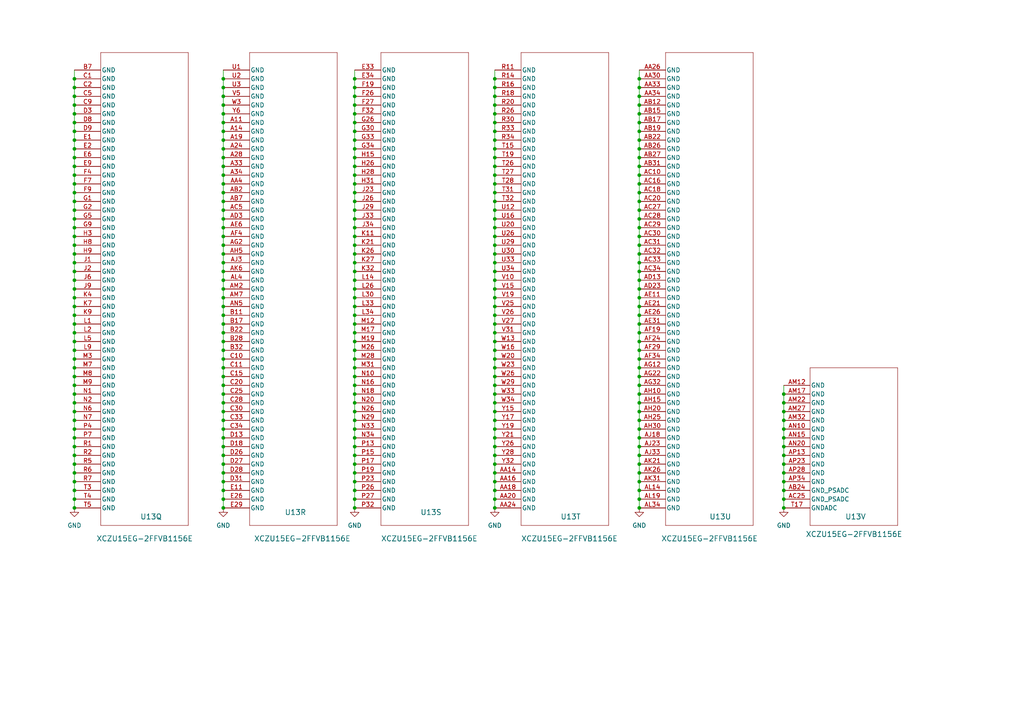
<source format=kicad_sch>
(kicad_sch (version 20230121) (generator eeschema)
  (paper "A4")
  (lib_symbols
    (symbol "XCZU15EG:XCZU15EG-2FFVB1156E" (pin_names (offset 0.254))
      (property "Reference" "U" (at 38.1 12.7 0))
      (property "Value" "XCZU15EG-2FFVB1156E" (at 38.1 10.16 0))
      (symbol "XCZU15EG-2FFVB1156E_1_1"
        (pin input line (at 0 -58.42 0) (length 7.62) (name "MGTHRXN3_230") (number "A3"))
        (pin output line (at 76.2 -109.22 180) (length 7.62) (name "MGTHTXP3_130") (number "A31"))
        (pin output line (at 76.2 -48.26 180) (length 7.62) (name "MGTHTXN3_130") (number "A32"))
        (pin input line (at 0 -119.38 0) (length 7.62) (name "MGTHRXP3_230") (number "A4"))
        (pin output line (at 76.2 -55.88 180) (length 7.62) (name "MGTHTXN3_230") (number "A7"))
        (pin output line (at 76.2 -116.84 180) (length 7.62) (name "MGTHTXP3_230") (number "A8"))
        (pin input line (at 0 -43.18 0) (length 7.62) (name "MGTHRXN2_230") (number "B1"))
        (pin input line (at 0 -104.14 0) (length 7.62) (name "MGTHRXP2_230") (number "B2"))
        (pin output line (at 76.2 -93.98 180) (length 7.62) (name "MGTHTXP2_130") (number "B29"))
        (pin output line (at 76.2 -33.02 180) (length 7.62) (name "MGTHTXN2_130") (number "B30"))
        (pin input line (at 0 -111.76 0) (length 7.62) (name "MGTHRXP3_130") (number "B33"))
        (pin input line (at 0 -50.8 0) (length 7.62) (name "MGTHRXN3_130") (number "B34"))
        (pin output line (at 76.2 -40.64 180) (length 7.62) (name "MGTHTXN2_230") (number "B5"))
        (pin output line (at 76.2 -101.6 180) (length 7.62) (name "MGTHTXP2_230") (number "B6"))
        (pin input line (at 0 -27.94 0) (length 7.62) (name "MGTHRXN1_230") (number "C3"))
        (pin input line (at 0 -96.52 0) (length 7.62) (name "MGTHRXP2_130") (number "C31"))
        (pin input line (at 0 -35.56 0) (length 7.62) (name "MGTHRXN2_130") (number "C32"))
        (pin input line (at 0 -88.9 0) (length 7.62) (name "MGTHRXP1_230") (number "C4"))
        (pin input line (at 0 -12.7 0) (length 7.62) (name "MGTHRXN0_230") (number "D1"))
        (pin input line (at 0 -73.66 0) (length 7.62) (name "MGTHRXP0_230") (number "D2"))
        (pin output line (at 76.2 -78.74 180) (length 7.62) (name "MGTHTXP1_130") (number "D29"))
        (pin output line (at 76.2 -17.78 180) (length 7.62) (name "MGTHTXN1_130") (number "D30"))
        (pin input line (at 0 -81.28 0) (length 7.62) (name "MGTHRXP1_130") (number "D33"))
        (pin input line (at 0 -20.32 0) (length 7.62) (name "MGTHRXN1_130") (number "D34"))
        (pin output line (at 76.2 -25.4 180) (length 7.62) (name "MGTHTXN1_230") (number "D5"))
        (pin output line (at 76.2 -86.36 180) (length 7.62) (name "MGTHTXP1_230") (number "D6"))
        (pin output line (at 76.2 -10.16 180) (length 7.62) (name "MGTHTXN0_230") (number "E3"))
        (pin input line (at 0 -66.04 0) (length 7.62) (name "MGTHRXP0_130") (number "E31"))
        (pin input line (at 0 -5.08 0) (length 7.62) (name "MGTHRXN0_130") (number "E32"))
        (pin output line (at 76.2 -71.12 180) (length 7.62) (name "MGTHTXP0_230") (number "E4"))
        (pin input line (at 0 -55.88 0) (length 7.62) (name "MGTHRXN3_229") (number "F1"))
        (pin input line (at 0 -116.84 0) (length 7.62) (name "MGTHRXP3_229") (number "F2"))
        (pin output line (at 76.2 -63.5 180) (length 7.62) (name "MGTHTXP0_130") (number "F29"))
        (pin output line (at 76.2 -2.54 180) (length 7.62) (name "MGTHTXN0_130") (number "F30"))
        (pin input line (at 0 -109.22 0) (length 7.62) (name "MGTHRXP3_129") (number "F33"))
        (pin input line (at 0 -48.26 0) (length 7.62) (name "MGTHRXN3_129") (number "F34"))
        (pin output line (at 76.2 -53.34 180) (length 7.62) (name "MGTHTXN3_229") (number "F5"))
        (pin output line (at 76.2 -114.3 180) (length 7.62) (name "MGTHTXP3_229") (number "F6"))
        (pin output line (at 76.2 -38.1 180) (length 7.62) (name "MGTHTXN2_229") (number "G3"))
        (pin output line (at 76.2 -106.68 180) (length 7.62) (name "MGTHTXP3_129") (number "G31"))
        (pin output line (at 76.2 -45.72 180) (length 7.62) (name "MGTHTXN3_129") (number "G32"))
        (pin output line (at 76.2 -99.06 180) (length 7.62) (name "MGTHTXP2_229") (number "G4"))
        (pin input line (at 0 -40.64 0) (length 7.62) (name "MGTHRXN2_229") (number "H1"))
        (pin input line (at 0 -101.6 0) (length 7.62) (name "MGTHRXP2_229") (number "H2"))
        (pin output line (at 76.2 -91.44 180) (length 7.62) (name "MGTHTXP2_129") (number "H29"))
        (pin output line (at 76.2 -30.48 180) (length 7.62) (name "MGTHTXN2_129") (number "H30"))
        (pin input line (at 0 -93.98 0) (length 7.62) (name "MGTHRXP2_129") (number "H33"))
        (pin input line (at 0 -33.02 0) (length 7.62) (name "MGTHRXN2_129") (number "H34"))
        (pin output line (at 76.2 -22.86 180) (length 7.62) (name "MGTHTXN1_229") (number "H5"))
        (pin output line (at 76.2 -83.82 180) (length 7.62) (name "MGTHTXP1_229") (number "H6"))
        (pin input line (at 0 -25.4 0) (length 7.62) (name "MGTHRXN1_229") (number "J3"))
        (pin output line (at 76.2 -76.2 180) (length 7.62) (name "MGTHTXP1_129") (number "J31"))
        (pin output line (at 76.2 -15.24 180) (length 7.62) (name "MGTHTXN1_129") (number "J32"))
        (pin input line (at 0 -86.36 0) (length 7.62) (name "MGTHRXP1_229") (number "J4"))
        (pin input line (at 0 -10.16 0) (length 7.62) (name "MGTHRXN0_229") (number "K1"))
        (pin input line (at 0 -71.12 0) (length 7.62) (name "MGTHRXP0_229") (number "K2"))
        (pin output line (at 76.2 -60.96 180) (length 7.62) (name "MGTHTXP0_129") (number "K29"))
        (pin output line (at 76.2 0 180) (length 7.62) (name "MGTHTXN0_129") (number "K30"))
        (pin input line (at 0 -78.74 0) (length 7.62) (name "MGTHRXP1_129") (number "K33"))
        (pin input line (at 0 -17.78 0) (length 7.62) (name "MGTHRXN1_129") (number "K34"))
        (pin output line (at 76.2 -7.62 180) (length 7.62) (name "MGTHTXN0_229") (number "K5"))
        (pin output line (at 76.2 -68.58 180) (length 7.62) (name "MGTHTXP0_229") (number "K6"))
        (pin input line (at 0 -53.34 0) (length 7.62) (name "MGTHRXN3_228") (number "L3"))
        (pin input line (at 0 -63.5 0) (length 7.62) (name "MGTHRXP0_129") (number "L31"))
        (pin input line (at 0 -2.54 0) (length 7.62) (name "MGTHRXN0_129") (number "L32"))
        (pin input line (at 0 -114.3 0) (length 7.62) (name "MGTHRXP3_228") (number "L4"))
        (pin input line (at 0 -38.1 0) (length 7.62) (name "MGTHRXN2_228") (number "M1"))
        (pin input line (at 0 -99.06 0) (length 7.62) (name "MGTHRXP2_228") (number "M2"))
        (pin output line (at 76.2 -104.14 180) (length 7.62) (name "MGTHTXP3_128") (number "M29"))
        (pin output line (at 76.2 -43.18 180) (length 7.62) (name "MGTHTXN3_128") (number "M30"))
        (pin input line (at 0 -106.68 0) (length 7.62) (name "MGTHRXP3_128") (number "M33"))
        (pin input line (at 0 -45.72 0) (length 7.62) (name "MGTHRXN3_128") (number "M34"))
        (pin output line (at 76.2 -50.8 180) (length 7.62) (name "MGTHTXN3_228") (number "M5"))
        (pin output line (at 76.2 -111.76 180) (length 7.62) (name "MGTHTXP3_228") (number "M6"))
        (pin output line (at 76.2 -35.56 180) (length 7.62) (name "MGTHTXN2_228") (number "N3"))
        (pin input line (at 0 -91.44 0) (length 7.62) (name "MGTHRXP2_128") (number "N31"))
        (pin input line (at 0 -30.48 0) (length 7.62) (name "MGTHRXN2_128") (number "N32"))
        (pin output line (at 76.2 -96.52 180) (length 7.62) (name "MGTHTXP2_228") (number "N4"))
        (pin input line (at 0 -22.86 0) (length 7.62) (name "MGTHRXN1_228") (number "P1"))
        (pin input line (at 0 -83.82 0) (length 7.62) (name "MGTHRXP1_228") (number "P2"))
        (pin output line (at 76.2 -88.9 180) (length 7.62) (name "MGTHTXP2_128") (number "P29"))
        (pin output line (at 76.2 -27.94 180) (length 7.62) (name "MGTHTXN2_128") (number "P30"))
        (pin input line (at 0 -76.2 0) (length 7.62) (name "MGTHRXP1_128") (number "P33"))
        (pin input line (at 0 -15.24 0) (length 7.62) (name "MGTHRXN1_128") (number "P34"))
        (pin output line (at 76.2 -20.32 180) (length 7.62) (name "MGTHTXN1_228") (number "P5"))
        (pin output line (at 76.2 -81.28 180) (length 7.62) (name "MGTHTXP1_228") (number "P6"))
        (pin output line (at 76.2 -5.08 180) (length 7.62) (name "MGTHTXN0_228") (number "R3"))
        (pin output line (at 76.2 -73.66 180) (length 7.62) (name "MGTHTXP1_128") (number "R31"))
        (pin output line (at 76.2 -12.7 180) (length 7.62) (name "MGTHTXN1_128") (number "R32"))
        (pin output line (at 76.2 -66.04 180) (length 7.62) (name "MGTHTXP0_228") (number "R4"))
        (pin input line (at 0 -7.62 0) (length 7.62) (name "MGTHRXN0_228") (number "T1"))
        (pin input line (at 0 -68.58 0) (length 7.62) (name "MGTHRXP0_228") (number "T2"))
        (pin output line (at 76.2 -58.42 180) (length 7.62) (name "MGTHTXP0_128") (number "T29"))
        (pin output line (at 76.2 2.54 180) (length 7.62) (name "MGTHTXN0_128") (number "T30"))
        (pin input line (at 0 -60.96 0) (length 7.62) (name "MGTHRXP0_128") (number "T33"))
        (pin input line (at 0 0 0) (length 7.62) (name "MGTHRXN0_128") (number "T34"))
      )
      (symbol "XCZU15EG-2FFVB1156E_2_1"
        (pin input line (at 0 0 0) (length 7.62) (name "MGTRREF_L") (number "A29"))
        (pin input line (at 0 -2.54 0) (length 7.62) (name "MGTRREF_R") (number "A6"))
        (pin input line (at 0 -27.94 0) (length 7.62) (name "PS_MGTREFCLK0P_505") (number "AA27"))
        (pin input line (at 0 -25.4 0) (length 7.62) (name "PS_MGTREFCLK0N_505") (number "AA28"))
        (pin input line (at 0 -60.96 0) (length 7.62) (name "PS_MGTRRXP1_505") (number "AA31"))
        (pin input line (at 0 -50.8 0) (length 7.62) (name "PS_MGTRRXN1_505") (number "AA32"))
        (pin input line (at 0 -45.72 0) (length 7.62) (name "PS_MGTRREF_505") (number "AB28"))
        (pin input line (at 0 -58.42 0) (length 7.62) (name "PS_MGTRRXP0_505") (number "AB33"))
        (pin input line (at 0 -48.26 0) (length 7.62) (name "PS_MGTRRXN0_505") (number "AB34"))
        (pin input line (at 0 -7.62 0) (length 7.62) (name "POR_OVERRIDE") (number "AD14"))
        (pin input line (at 0 -86.36 0) (length 7.62) (name "PUDC_B") (number "AD15"))
        (pin output line (at 96.52 -91.44 180) (length 7.62) (name "PS_DDR_DM5") (number "AE30"))
        (pin output line (at 96.52 -96.52 180) (length 7.62) (name "PS_DDR_DM7") (number "AE34"))
        (pin output line (at 96.52 -106.68 180) (length 7.62) (name "PS_DDR_PARITY") (number "AF20"))
        (pin output line (at 96.52 -109.22 180) (length 7.62) (name "PS_DDR_RAM_RST_N") (number "AF21"))
        (pin input line (at 0 -12.7 0) (length 7.62) (name "PS_DDR_ALERT_N") (number "AF22"))
        (pin output line (at 96.52 -43.18 180) (length 7.62) (name "PS_DDR_A17") (number "AF25"))
        (pin output line (at 96.52 -45.72 180) (length 7.62) (name "PS_DDR_ACT_N") (number "AG25"))
        (pin output line (at 96.52 -50.8 180) (length 7.62) (name "PS_DDR_BA1") (number "AG26"))
        (pin output line (at 96.52 -86.36 180) (length 7.62) (name "PS_DDR_DM3") (number "AH24"))
        (pin output line (at 96.52 -48.26 180) (length 7.62) (name "PS_DDR_BA0") (number "AH26"))
        (pin output line (at 96.52 -55.88 180) (length 7.62) (name "PS_DDR_BG1") (number "AH27"))
        (pin output line (at 96.52 -88.9 180) (length 7.62) (name "PS_DDR_DM4") (number "AH31"))
        (pin output line (at 96.52 -30.48 180) (length 7.62) (name "PS_DDR_A12") (number "AJ25"))
        (pin output line (at 96.52 -104.14 180) (length 7.62) (name "PS_DDR_ODT1") (number "AJ26"))
        (pin output line (at 96.52 -71.12 180) (length 7.62) (name "PS_DDR_CKE1") (number "AJ27"))
        (pin output line (at 96.52 -93.98 180) (length 7.62) (name "PS_DDR_DM6") (number "AJ31"))
        (pin output line (at 96.52 -83.82 180) (length 7.62) (name "PS_DDR_DM2") (number "AK19"))
        (pin output line (at 96.52 -38.1 180) (length 7.62) (name "PS_DDR_A15") (number "AK24"))
        (pin output line (at 96.52 -35.56 180) (length 7.62) (name "PS_DDR_A14") (number "AK25"))
        (pin output line (at 96.52 -27.94 180) (length 7.62) (name "PS_DDR_A11") (number "AK27"))
        (pin output line (at 96.52 -53.34 180) (length 7.62) (name "PS_DDR_BG0") (number "AK28"))
        (pin output line (at 96.52 -33.02 180) (length 7.62) (name "PS_DDR_A13") (number "AL25"))
        (pin output line (at 96.52 -66.04 180) (length 7.62) (name "PS_DDR_CK1") (number "AL26"))
        (pin output line (at 96.52 -60.96 180) (length 7.62) (name "PS_DDR_CK_N1") (number "AL27"))
        (pin output line (at 96.52 -25.4 180) (length 7.62) (name "PS_DDR_A10") (number "AL28"))
        (pin output line (at 96.52 -76.2 180) (length 7.62) (name "PS_DDR_CS_N1") (number "AL30"))
        (pin output line (at 96.52 -81.28 180) (length 7.62) (name "PS_DDR_DM1") (number "AM21"))
        (pin output line (at 96.52 -40.64 180) (length 7.62) (name "PS_DDR_A16") (number "AM24"))
        (pin output line (at 96.52 -22.86 180) (length 7.62) (name "PS_DDR_A9") (number "AM25"))
        (pin output line (at 96.52 -20.32 180) (length 7.62) (name "PS_DDR_A8") (number "AM26"))
        (pin output line (at 96.52 -17.78 180) (length 7.62) (name "PS_DDR_A7") (number "AM28"))
        (pin output line (at 96.52 -15.24 180) (length 7.62) (name "PS_DDR_A6") (number "AM29"))
        (pin output line (at 96.52 -101.6 180) (length 7.62) (name "PS_DDR_ODT0") (number "AM30"))
        (pin output line (at 96.52 -78.74 180) (length 7.62) (name "PS_DDR_DM0") (number "AN17"))
        (pin output line (at 96.52 -12.7 180) (length 7.62) (name "PS_DDR_A5") (number "AN24"))
        (pin output line (at 96.52 -63.5 180) (length 7.62) (name "PS_DDR_CK0") (number "AN26"))
        (pin output line (at 96.52 -58.42 180) (length 7.62) (name "PS_DDR_CK_N0") (number "AN27"))
        (pin output line (at 96.52 -73.66 180) (length 7.62) (name "PS_DDR_CS_N0") (number "AN28"))
        (pin output line (at 96.52 -68.58 180) (length 7.62) (name "PS_DDR_CKE0") (number "AN29"))
        (pin output line (at 96.52 -99.06 180) (length 7.62) (name "PS_DDR_DM8") (number "AN34"))
        (pin output line (at 96.52 -10.16 180) (length 7.62) (name "PS_DDR_A4") (number "AP25"))
        (pin output line (at 96.52 -5.08 180) (length 7.62) (name "PS_DDR_A2") (number "AP26"))
        (pin output line (at 96.52 -7.62 180) (length 7.62) (name "PS_DDR_A3") (number "AP27"))
        (pin output line (at 96.52 0 180) (length 7.62) (name "PS_DDR_A0") (number "AP29"))
        (pin output line (at 96.52 -2.54 180) (length 7.62) (name "PS_DDR_A1") (number "AP30"))
        (pin output line (at 96.52 -121.92 180) (length 7.62) (name "PS_ERROR_STATUS") (number "R21"))
        (pin input line (at 0 -20.32 0) (length 7.62) (name "PS_JTAG_TMS") (number "R24"))
        (pin input line (at 0 -17.78 0) (length 7.62) (name "PS_JTAG_TCK") (number "R25"))
        (pin output line (at 96.52 -116.84 180) (length 7.62) (name "PS_ERROR_OUT") (number "T21"))
        (pin input line (at 0 -91.44 0) (length 7.62) (name "VP") (number "U18"))
        (pin input line (at 0 -76.2 0) (length 7.62) (name "PS_PROG_B") (number "U21"))
        (pin input line (at 0 -83.82 0) (length 7.62) (name "PS_SRST_B") (number "U23"))
        (pin input line (at 0 -81.28 0) (length 7.62) (name "PS_REF_CLK") (number "U24"))
        (pin input line (at 0 -38.1 0) (length 7.62) (name "PS_MGTREFCLK2P_505") (number "U27"))
        (pin input line (at 0 -35.56 0) (length 7.62) (name "PS_MGTREFCLK2N_505") (number "U28"))
        (pin input line (at 0 -43.18 0) (length 7.62) (name "PS_MGTREFCLK3P_505") (number "U31"))
        (pin input line (at 0 -40.64 0) (length 7.62) (name "PS_MGTREFCLK3N_505") (number "U32"))
        (pin input line (at 0 -88.9 0) (length 7.62) (name "VN") (number "V17"))
        (pin input line (at 0 -71.12 0) (length 7.62) (name "PS_PADI") (number "V21"))
        (pin input line (at 0 -73.66 0) (length 7.62) (name "PS_POR_B") (number "V23"))
        (pin input line (at 0 -66.04 0) (length 7.62) (name "PS_MGTRRXP3_505") (number "V33"))
        (pin input line (at 0 -55.88 0) (length 7.62) (name "PS_MGTRRXN3_505") (number "V34"))
        (pin unspecified line (at 0 -96.52 0) (length 7.62) (name "DXN") (number "W17"))
        (pin output line (at 96.52 -111.76 180) (length 7.62) (name "PS_DONE") (number "W21"))
        (pin input line (at 0 -33.02 0) (length 7.62) (name "PS_MGTREFCLK1P_505") (number "W27"))
        (pin input line (at 0 -30.48 0) (length 7.62) (name "PS_MGTREFCLK1N_505") (number "W28"))
        (pin input line (at 0 -63.5 0) (length 7.62) (name "PS_MGTRRXP2_505") (number "Y33"))
        (pin input line (at 0 -53.34 0) (length 7.62) (name "PS_MGTRRXN2_505") (number "Y34"))
      )
      (symbol "XCZU15EG-2FFVB1156E_3_1"
        (pin output line (at 60.96 -17.78 180) (length 7.62) (name "PS_MGTRTXP0_505") (number "AB29"))
        (pin output line (at 60.96 -7.62 180) (length 7.62) (name "PS_MGTRTXN0_505") (number "AB30"))
        (pin output line (at 60.96 -2.54 180) (length 7.62) (name "PS_JTAG_TDO") (number "T25"))
        (pin output line (at 60.96 -30.48 180) (length 7.62) (name "PS_PADO") (number "V22"))
        (pin output line (at 60.96 -25.4 180) (length 7.62) (name "PS_MGTRTXP3_505") (number "V29"))
        (pin output line (at 60.96 -15.24 180) (length 7.62) (name "PS_MGTRTXN3_505") (number "V30"))
        (pin unspecified line (at 0 0 0) (length 7.62) (name "DXP") (number "W18"))
        (pin output line (at 60.96 -22.86 180) (length 7.62) (name "PS_MGTRTXP2_505") (number "W31"))
        (pin output line (at 60.96 -12.7 180) (length 7.62) (name "PS_MGTRTXN2_505") (number "W32"))
        (pin output line (at 60.96 -20.32 180) (length 7.62) (name "PS_MGTRTXP1_505") (number "Y29"))
        (pin output line (at 60.96 -10.16 180) (length 7.62) (name "PS_MGTRTXN1_505") (number "Y30"))
      )
      (symbol "XCZU15EG-2FFVB1156E_4_1"
        (pin bidirectional line (at 0 -99.06 0) (length 7.62) (name "IO_L4N_AD12N_49") (number "A15"))
        (pin bidirectional line (at 0 -53.34 0) (length 7.62) (name "IO_L3N_AD13N_49") (number "A16"))
        (pin bidirectional line (at 0 -68.58 0) (length 7.62) (name "IO_L3N_T0L_N5_AD15N_66") (number "AA10"))
        (pin bidirectional line (at 0 -91.44 0) (length 7.62) (name "IO_L3P_T0L_N4_AD15P_66") (number "AA11"))
        (pin bidirectional line (at 121.92 -25.4 180) (length 7.62) (name "IO_L2N_T0L_N3_66") (number "AB10"))
        (pin bidirectional line (at 121.92 -35.56 180) (length 7.62) (name "IO_L2P_T0L_N2_66") (number "AB11"))
        (pin bidirectional line (at 121.92 -5.08 180) (length 7.62) (name "IO_L1N_T0L_N1_DBC_66") (number "AC11"))
        (pin bidirectional line (at 121.92 -15.24 180) (length 7.62) (name "IO_L1P_T0L_N0_DBC_66") (number "AC12"))
        (pin bidirectional line (at 0 -114.3 0) (length 7.62) (name "IO_L4N_T0U_N7_DBC_AD7N_66") (number "AC9"))
        (pin bidirectional line (at 121.92 -12.7 180) (length 7.62) (name "IO_L1P_T0L_N0_DBC_65") (number "AE10"))
        (pin bidirectional line (at 0 -88.9 0) (length 7.62) (name "IO_L3P_T0L_N4_AD15P_65") (number "AE12"))
        (pin bidirectional line (at 121.92 -2.54 180) (length 7.62) (name "IO_L1N_T0L_N1_DBC_65") (number "AF10"))
        (pin bidirectional line (at 0 -66.04 0) (length 7.62) (name "IO_L3N_T0L_N5_AD15N_65") (number "AF12"))
        (pin bidirectional line (at 121.92 -114.3 180) (length 7.62) (name "IO_L11P_T1U_N8_GC_65") (number "AF6"))
        (pin bidirectional line (at 121.92 -124.46 180) (length 7.62) (name "IO_L12N_T1U_N11_GC_65") (number "AF7"))
        (pin bidirectional line (at 0 -111.76 0) (length 7.62) (name "IO_L4N_T0U_N7_DBC_AD7N_65") (number "AG11"))
        (pin bidirectional line (at 121.92 -104.14 180) (length 7.62) (name "IO_L11N_T1U_N9_GC_65") (number "AG6"))
        (pin bidirectional line (at 121.92 -22.86 180) (length 7.62) (name "IO_L2N_T0L_N3_65") (number "AH11"))
        (pin bidirectional line (at 121.92 -33.02 180) (length 7.62) (name "IO_L2P_T0L_N2_65") (number "AH12"))
        (pin bidirectional line (at 121.92 -10.16 180) (length 7.62) (name "IO_L1P_T0L_N0_DBC_64") (number "AJ12"))
        (pin bidirectional line (at 121.92 0 180) (length 7.62) (name "IO_L1N_T0L_N1_DBC_64") (number "AK12"))
        (pin bidirectional line (at 121.92 -101.6 180) (length 7.62) (name "IO_L11N_T1U_N9_GC_64") (number "AK7"))
        (pin bidirectional line (at 121.92 -111.76 180) (length 7.62) (name "IO_L11P_T1U_N8_GC_64") (number "AK8"))
        (pin bidirectional line (at 0 -86.36 0) (length 7.62) (name "IO_L3P_T0L_N4_AD15P_64") (number "AL10"))
        (pin bidirectional line (at 121.92 -30.48 180) (length 7.62) (name "IO_L2P_T0L_N2_64") (number "AL11"))
        (pin bidirectional line (at 121.92 -121.92 180) (length 7.62) (name "IO_L12N_T1U_N11_GC_64") (number "AL7"))
        (pin bidirectional line (at 0 -63.5 0) (length 7.62) (name "IO_L3N_T0L_N5_AD15N_64") (number "AM10"))
        (pin bidirectional line (at 121.92 -20.32 180) (length 7.62) (name "IO_L2N_T0L_N3_64") (number "AM11"))
        (pin bidirectional line (at 0 -104.14 0) (length 7.62) (name "IO_L4N_AD8N_44") (number "AM13"))
        (pin bidirectional line (at 0 -38.1 0) (length 7.62) (name "IO_L2P_AD10P_44") (number "AM14"))
        (pin bidirectional line (at 0 -81.28 0) (length 7.62) (name "IO_L3P_AD9P_44") (number "AN12"))
        (pin bidirectional line (at 0 -25.4 0) (length 7.62) (name "IO_L2N_AD10N_44") (number "AN13"))
        (pin bidirectional line (at 0 -12.7 0) (length 7.62) (name "IO_L1P_AD11P_44") (number "AN14"))
        (pin bidirectional line (at 0 -109.22 0) (length 7.62) (name "IO_L4N_T0U_N7_DBC_AD7N_64") (number "AP10"))
        (pin bidirectional line (at 0 -58.42 0) (length 7.62) (name "IO_L3N_AD9N_44") (number "AP12"))
        (pin bidirectional line (at 0 0 0) (length 7.62) (name "IO_L1N_AD11N_44") (number "AP14"))
        (pin bidirectional line (at 121.92 -88.9 180) (length 7.62) (name "IO_L8N_HDGC_49") (number "B13"))
        (pin bidirectional line (at 121.92 -73.66 180) (length 7.62) (name "IO_L7N_HDGC_49") (number "B14"))
        (pin bidirectional line (at 0 -121.92 0) (length 7.62) (name "IO_L4P_AD12P_49") (number "B15"))
        (pin bidirectional line (at 0 -76.2 0) (length 7.62) (name "IO_L3P_AD13P_49") (number "B16"))
        (pin bidirectional line (at 121.92 -96.52 180) (length 7.62) (name "IO_L8P_HDGC_49") (number "C13"))
        (pin bidirectional line (at 121.92 -81.28 180) (length 7.62) (name "IO_L7P_HDGC_49") (number "C14"))
        (pin bidirectional line (at 0 -33.02 0) (length 7.62) (name "IO_L2N_AD14N_49") (number "C16"))
        (pin bidirectional line (at 0 -101.6 0) (length 7.62) (name "IO_L4N_AD12N_50") (number "D10"))
        (pin bidirectional line (at 0 -124.46 0) (length 7.62) (name "IO_L4P_AD12P_50") (number "D11"))
        (pin bidirectional line (at 121.92 -58.42 180) (length 7.62) (name "IO_L6N_HDGC_49") (number "D14"))
        (pin bidirectional line (at 121.92 -43.18 180) (length 7.62) (name "IO_L5N_HDGC_49") (number "D15"))
        (pin bidirectional line (at 0 -45.72 0) (length 7.62) (name "IO_L2P_AD14P_49") (number "D16"))
        (pin bidirectional line (at 121.92 -71.12 180) (length 7.62) (name "IO_L7N_HDGC_48") (number "D19"))
        (pin bidirectional line (at 0 -55.88 0) (length 7.62) (name "IO_L3N_AD13N_50") (number "E10"))
        (pin bidirectional line (at 121.92 -66.04 180) (length 7.62) (name "IO_L6P_HDGC_49") (number "E14"))
        (pin bidirectional line (at 121.92 -50.8 180) (length 7.62) (name "IO_L5P_HDGC_49") (number "E15"))
        (pin bidirectional line (at 121.92 -93.98 180) (length 7.62) (name "IO_L8P_HDGC_48") (number "E17"))
        (pin bidirectional line (at 121.92 -86.36 180) (length 7.62) (name "IO_L8N_HDGC_48") (number "E18"))
        (pin bidirectional line (at 121.92 -78.74 180) (length 7.62) (name "IO_L7P_HDGC_48") (number "E19"))
        (pin bidirectional line (at 0 -78.74 0) (length 7.62) (name "IO_L3P_AD13P_50") (number "F10"))
        (pin bidirectional line (at 121.92 -60.96 180) (length 7.62) (name "IO_L6N_HDGC_50") (number "F11"))
        (pin bidirectional line (at 121.92 -68.58 180) (length 7.62) (name "IO_L6P_HDGC_50") (number "F12"))
        (pin bidirectional line (at 0 -7.62 0) (length 7.62) (name "IO_L1N_AD15N_49") (number "F15"))
        (pin bidirectional line (at 0 -20.32 0) (length 7.62) (name "IO_L1P_AD15P_49") (number "F16"))
        (pin bidirectional line (at 121.92 -63.5 180) (length 7.62) (name "IO_L6P_HDGC_48") (number "F17"))
        (pin bidirectional line (at 121.92 -55.88 180) (length 7.62) (name "IO_L6N_HDGC_48") (number "F18"))
        (pin bidirectional line (at 0 -35.56 0) (length 7.62) (name "IO_L2N_AD14N_50") (number "G10"))
        (pin bidirectional line (at 121.92 -45.72 180) (length 7.62) (name "IO_L5N_HDGC_50") (number "G11"))
        (pin bidirectional line (at 121.92 -91.44 180) (length 7.62) (name "IO_L8N_HDGC_50") (number "G13"))
        (pin bidirectional line (at 121.92 -48.26 180) (length 7.62) (name "IO_L5P_HDGC_48") (number "G18"))
        (pin bidirectional line (at 121.92 -40.64 180) (length 7.62) (name "IO_L5N_HDGC_48") (number "G19"))
        (pin bidirectional line (at 0 -48.26 0) (length 7.62) (name "IO_L2P_AD14P_50") (number "H10"))
        (pin bidirectional line (at 121.92 -53.34 180) (length 7.62) (name "IO_L5P_HDGC_50") (number "H11"))
        (pin bidirectional line (at 121.92 -76.2 180) (length 7.62) (name "IO_L7N_HDGC_50") (number "H12"))
        (pin bidirectional line (at 121.92 -99.06 180) (length 7.62) (name "IO_L8P_HDGC_50") (number "H13"))
        (pin bidirectional line (at 0 -30.48 0) (length 7.62) (name "IO_L2N_AD14N_48") (number "H17"))
        (pin bidirectional line (at 0 -17.78 0) (length 7.62) (name "IO_L1P_AD15P_48") (number "H18"))
        (pin bidirectional line (at 0 -5.08 0) (length 7.62) (name "IO_L1N_AD15N_48") (number "H19"))
        (pin bidirectional line (at 0 -60.96 0) (length 7.62) (name "IO_L3N_AD9N_47") (number "H21"))
        (pin bidirectional line (at 0 -10.16 0) (length 7.62) (name "IO_L1N_AD15N_50") (number "J10"))
        (pin bidirectional line (at 0 -22.86 0) (length 7.62) (name "IO_L1P_AD15P_50") (number "J11"))
        (pin bidirectional line (at 121.92 -83.82 180) (length 7.62) (name "IO_L7P_HDGC_50") (number "J12"))
        (pin bidirectional line (at 0 -43.18 0) (length 7.62) (name "IO_L2P_AD14P_48") (number "J17"))
        (pin bidirectional line (at 0 -106.68 0) (length 7.62) (name "IO_L4N_AD8N_47") (number "J20"))
        (pin bidirectional line (at 0 -83.82 0) (length 7.62) (name "IO_L3P_AD9P_47") (number "J21"))
        (pin bidirectional line (at 0 -96.52 0) (length 7.62) (name "IO_L4N_AD12N_48") (number "K17"))
        (pin bidirectional line (at 0 -50.8 0) (length 7.62) (name "IO_L3N_AD13N_48") (number "K18"))
        (pin bidirectional line (at 0 -27.94 0) (length 7.62) (name "IO_L2N_AD10N_47") (number "K19"))
        (pin bidirectional line (at 0 -2.54 0) (length 7.62) (name "IO_L1N_AD11N_47") (number "K20"))
        (pin bidirectional line (at 0 -119.38 0) (length 7.62) (name "IO_L4P_AD12P_48") (number "L17"))
        (pin bidirectional line (at 0 -73.66 0) (length 7.62) (name "IO_L3P_AD13P_48") (number "L18"))
        (pin bidirectional line (at 0 -40.64 0) (length 7.62) (name "IO_L2P_AD10P_47") (number "L19"))
        (pin bidirectional line (at 0 -15.24 0) (length 7.62) (name "IO_L1P_AD11P_47") (number "L20"))
        (pin bidirectional line (at 121.92 -119.38 180) (length 7.62) (name "IO_L11P_T1U_N8_GC_67") (number "R10"))
        (pin bidirectional line (at 0 -116.84 0) (length 7.62) (name "IO_L4N_T0U_N7_DBC_AD7N_67") (number "R12"))
        (pin bidirectional line (at 121.92 -27.94 180) (length 7.62) (name "IO_L2N_T0L_N3_67") (number "R13"))
        (pin bidirectional line (at 121.92 -109.22 180) (length 7.62) (name "IO_L11N_T1U_N9_GC_67") (number "R9"))
        (pin bidirectional line (at 0 -71.12 0) (length 7.62) (name "IO_L3N_T0L_N5_AD15N_67") (number "T10"))
        (pin bidirectional line (at 121.92 -38.1 180) (length 7.62) (name "IO_L2P_T0L_N2_67") (number "T13"))
        (pin bidirectional line (at 0 -93.98 0) (length 7.62) (name "IO_L3P_T0L_N4_AD15P_67") (number "U10"))
        (pin bidirectional line (at 121.92 -7.62 180) (length 7.62) (name "IO_L1N_T0L_N1_DBC_67") (number "W11"))
        (pin bidirectional line (at 121.92 -17.78 180) (length 7.62) (name "IO_L1P_T0L_N0_DBC_67") (number "W12"))
        (pin bidirectional line (at 121.92 -106.68 180) (length 7.62) (name "IO_L11N_T1U_N9_GC_66") (number "Y7"))
        (pin bidirectional line (at 121.92 -116.84 180) (length 7.62) (name "IO_L11P_T1U_N8_GC_66") (number "Y8"))
      )
      (symbol "XCZU15EG-2FFVB1156E_6_1"
        (pin bidirectional line (at 152.4 -12.7 180) (length 7.62) (name "IO_L9N_AD11N_49") (number "A12"))
        (pin bidirectional line (at 152.4 -35.56 180) (length 7.62) (name "IO_L9P_AD11P_49") (number "A13"))
        (pin bidirectional line (at 152.4 -116.84 180) (length 7.62) (name "IO_L11P_AD1P_47") (number "A21"))
        (pin bidirectional line (at 152.4 -104.14 180) (length 7.62) (name "IO_L11N_AD1N_47") (number "A22"))
        (pin bidirectional line (at 0 -25.4 0) (length 7.62) (name "IO_L5N_T0U_N9_AD14N_66") (number "AA12"))
        (pin bidirectional line (at 152.4 -73.66 180) (length 7.62) (name "IO_L10N_T1U_N7_QBC_AD4N_66") (number "AB5"))
        (pin bidirectional line (at 152.4 -96.52 180) (length 7.62) (name "IO_L10P_T1U_N6_QBC_AD4P_66") (number "AB6"))
        (pin bidirectional line (at 152.4 -5.08 180) (length 7.62) (name "IO_L8P_T1L_N2_AD5P_66") (number "AB8"))
        (pin bidirectional line (at 0 -7.62 0) (length 7.62) (name "IO_L4P_T0U_N6_DBC_AD7P_66") (number "AB9"))
        (pin bidirectional line (at 0 -86.36 0) (length 7.62) (name "IO_L7N_T1L_N1_QBC_AD13N_66") (number "AC6"))
        (pin bidirectional line (at 0 -101.6 0) (length 7.62) (name "IO_L7P_T1L_N0_QBC_AD13P_66") (number "AC7"))
        (pin bidirectional line (at 0 -116.84 0) (length 7.62) (name "IO_L8N_T1L_N3_AD5N_66") (number "AC8"))
        (pin bidirectional line (at 0 -68.58 0) (length 7.62) (name "IO_L6P_T0U_N10_AD6P_65") (number "AD10"))
        (pin bidirectional line (at 152.4 -25.4 180) (length 7.62) (name "IO_L9N_T1L_N5_AD12N_65") (number "AD6"))
        (pin bidirectional line (at 152.4 -48.26 180) (length 7.62) (name "IO_L9P_T1L_N4_AD12P_65") (number "AD7"))
        (pin bidirectional line (at 152.4 -40.64 180) (length 7.62) (name "IO_L9P_AD3P_44") (number "AE13"))
        (pin bidirectional line (at 152.4 -93.98 180) (length 7.62) (name "IO_L10P_T1U_N6_QBC_AD4P_65") (number "AE8"))
        (pin bidirectional line (at 0 -53.34 0) (length 7.62) (name "IO_L6N_T0U_N11_AD6N_65") (number "AE9"))
        (pin bidirectional line (at 0 -12.7 0) (length 7.62) (name "IO_L4P_T0U_N6_DBC_AD7P_SMBALERT_65") (number "AF11"))
        (pin bidirectional line (at 152.4 -17.78 180) (length 7.62) (name "IO_L9N_AD3N_44") (number "AF13"))
        (pin bidirectional line (at 152.4 -114.3 180) (length 7.62) (name "IO_L11P_AD1P_44") (number "AF15"))
        (pin bidirectional line (at 152.4 -71.12 180) (length 7.62) (name "IO_L10N_T1U_N7_QBC_AD4N_65") (number "AF8"))
        (pin bidirectional line (at 0 -38.1 0) (length 7.62) (name "IO_L5P_T0U_N8_AD14P_65") (number "AG10"))
        (pin bidirectional line (at 152.4 -63.5 180) (length 7.62) (name "IO_L10N_AD2N_44") (number "AG13"))
        (pin bidirectional line (at 152.4 -86.36 180) (length 7.62) (name "IO_L10P_AD2P_44") (number "AG14"))
        (pin bidirectional line (at 152.4 -101.6 180) (length 7.62) (name "IO_L11N_AD1N_44") (number "AG15"))
        (pin bidirectional line (at 152.4 -2.54 180) (length 7.62) (name "IO_L8P_T1L_N2_AD5P_65") (number "AG8"))
        (pin bidirectional line (at 0 -22.86 0) (length 7.62) (name "IO_L5N_T0U_N9_AD14N_65") (number "AG9"))
        (pin bidirectional line (at 0 -76.2 0) (length 7.62) (name "IO_L7N_HDGC_AD5N_44") (number "AH13"))
        (pin bidirectional line (at 0 -91.44 0) (length 7.62) (name "IO_L7P_HDGC_AD5P_44") (number "AH14"))
        (pin bidirectional line (at 0 -83.82 0) (length 7.62) (name "IO_L7N_T1L_N1_QBC_AD13N_65") (number "AH6"))
        (pin bidirectional line (at 0 -99.06 0) (length 7.62) (name "IO_L7P_T1L_N0_QBC_AD13P_65") (number "AH7"))
        (pin bidirectional line (at 0 -114.3 0) (length 7.62) (name "IO_L8N_T1L_N3_AD5N_65") (number "AH8"))
        (pin bidirectional line (at 0 -66.04 0) (length 7.62) (name "IO_L6P_T0U_N10_AD6P_64") (number "AJ10"))
        (pin bidirectional line (at 0 -106.68 0) (length 7.62) (name "IO_L8N_HDGC_AD4N_44") (number "AJ14"))
        (pin bidirectional line (at 0 -121.92 0) (length 7.62) (name "IO_L8P_HDGC_AD4P_44") (number "AJ15"))
        (pin bidirectional line (at 152.4 -45.72 180) (length 7.62) (name "IO_L9P_T1L_N4_AD12P_64") (number "AJ9"))
        (pin bidirectional line (at 0 -50.8 0) (length 7.62) (name "IO_L6N_T0U_N11_AD6N_64") (number "AK10"))
        (pin bidirectional line (at 0 -60.96 0) (length 7.62) (name "IO_L6P_HDGC_AD6P_44") (number "AK13"))
        (pin bidirectional line (at 0 -15.24 0) (length 7.62) (name "IO_L5N_HDGC_AD7N_44") (number "AK14"))
        (pin bidirectional line (at 0 -30.48 0) (length 7.62) (name "IO_L5P_HDGC_AD7P_44") (number "AK15"))
        (pin bidirectional line (at 152.4 -22.86 180) (length 7.62) (name "IO_L9N_T1L_N5_AD12N_64") (number "AK9"))
        (pin bidirectional line (at 0 -45.72 0) (length 7.62) (name "IO_L6N_HDGC_AD6N_44") (number "AL12"))
        (pin bidirectional line (at 0 0 0) (length 7.62) (name "IO_L4P_AD8P_44") (number "AL13"))
        (pin bidirectional line (at 0 -111.76 0) (length 7.62) (name "IO_L8N_T1L_N3_AD5N_64") (number "AM8"))
        (pin bidirectional line (at 152.4 0 180) (length 7.62) (name "IO_L8P_T1L_N2_AD5P_64") (number "AM9"))
        (pin bidirectional line (at 152.4 -91.44 180) (length 7.62) (name "IO_L10P_T1U_N6_QBC_AD4P_64") (number "AN7"))
        (pin bidirectional line (at 0 -96.52 0) (length 7.62) (name "IO_L7P_T1L_N0_QBC_AD13P_64") (number "AN8"))
        (pin bidirectional line (at 0 -35.56 0) (length 7.62) (name "IO_L5P_T0U_N8_AD14P_64") (number "AN9"))
        (pin bidirectional line (at 0 -5.08 0) (length 7.62) (name "IO_L4P_T0U_N6_DBC_AD7P_64") (number "AP11"))
        (pin bidirectional line (at 152.4 -68.58 180) (length 7.62) (name "IO_L10N_T1U_N7_QBC_AD4N_64") (number "AP7"))
        (pin bidirectional line (at 0 -81.28 0) (length 7.62) (name "IO_L7N_T1L_N1_QBC_AD13N_64") (number "AP8"))
        (pin bidirectional line (at 0 -20.32 0) (length 7.62) (name "IO_L5N_T0U_N9_AD14N_64") (number "AP9"))
        (pin bidirectional line (at 152.4 -58.42 180) (length 7.62) (name "IO_L10N_AD10N_49") (number "B12"))
        (pin bidirectional line (at 152.4 -78.74 180) (length 7.62) (name "IO_L10P_AD10P_48") (number "B18"))
        (pin bidirectional line (at 152.4 -55.88 180) (length 7.62) (name "IO_L10N_AD10N_48") (number "B19"))
        (pin bidirectional line (at 152.4 -66.04 180) (length 7.62) (name "IO_L10N_AD2N_47") (number "B21"))
        (pin bidirectional line (at 152.4 -81.28 180) (length 7.62) (name "IO_L10P_AD10P_49") (number "C12"))
        (pin bidirectional line (at 152.4 -10.16 180) (length 7.62) (name "IO_L9N_AD11N_48") (number "C17"))
        (pin bidirectional line (at 152.4 -119.38 180) (length 7.62) (name "IO_L11P_AD9P_48") (number "C18"))
        (pin bidirectional line (at 152.4 -106.68 180) (length 7.62) (name "IO_L11N_AD9N_48") (number "C19"))
        (pin bidirectional line (at 152.4 -88.9 180) (length 7.62) (name "IO_L10P_AD2P_47") (number "C21"))
        (pin bidirectional line (at 152.4 -20.32 180) (length 7.62) (name "IO_L9N_AD3N_47") (number "C22"))
        (pin bidirectional line (at 152.4 -109.22 180) (length 7.62) (name "IO_L11N_AD9N_49") (number "D12"))
        (pin bidirectional line (at 152.4 -33.02 180) (length 7.62) (name "IO_L9P_AD11P_48") (number "D17"))
        (pin bidirectional line (at 0 -109.22 0) (length 7.62) (name "IO_L8N_HDGC_AD4N_47") (number "D20"))
        (pin bidirectional line (at 152.4 -43.18 180) (length 7.62) (name "IO_L9P_AD3P_47") (number "D21"))
        (pin bidirectional line (at 0 -78.74 0) (length 7.62) (name "IO_L7N_HDGC_AD5N_47") (number "D22"))
        (pin bidirectional line (at 152.4 -121.92 180) (length 7.62) (name "IO_L11P_AD9P_49") (number "E12"))
        (pin bidirectional line (at 0 -124.46 0) (length 7.62) (name "IO_L8P_HDGC_AD4P_47") (number "E20"))
        (pin bidirectional line (at 0 -93.98 0) (length 7.62) (name "IO_L7P_HDGC_AD5P_47") (number "E22"))
        (pin bidirectional line (at 0 -48.26 0) (length 7.62) (name "IO_L6N_HDGC_AD6N_47") (number "F20"))
        (pin bidirectional line (at 0 -17.78 0) (length 7.62) (name "IO_L5N_HDGC_AD7N_47") (number "F21"))
        (pin bidirectional line (at 152.4 -15.24 180) (length 7.62) (name "IO_L9N_AD11N_50") (number "G14"))
        (pin bidirectional line (at 152.4 -38.1 180) (length 7.62) (name "IO_L9P_AD11P_50") (number "G15"))
        (pin bidirectional line (at 152.4 -111.76 180) (length 7.62) (name "IO_L11N_AD9N_50") (number "G16"))
        (pin bidirectional line (at 0 -63.5 0) (length 7.62) (name "IO_L6P_HDGC_AD6P_47") (number "G20"))
        (pin bidirectional line (at 0 -33.02 0) (length 7.62) (name "IO_L5P_HDGC_AD7P_47") (number "G21"))
        (pin bidirectional line (at 152.4 -60.96 180) (length 7.62) (name "IO_L10N_AD10N_50") (number "H14"))
        (pin bidirectional line (at 152.4 -124.46 180) (length 7.62) (name "IO_L11P_AD9P_50") (number "H16"))
        (pin bidirectional line (at 152.4 -83.82 180) (length 7.62) (name "IO_L10P_AD10P_50") (number "J14"))
        (pin bidirectional line (at 0 -2.54 0) (length 7.62) (name "IO_L4P_AD8P_47") (number "J19"))
        (pin bidirectional line (at 0 -58.42 0) (length 7.62) (name "IO_L6N_T0U_N11_AD6N_67") (number "T11"))
        (pin bidirectional line (at 0 -10.16 0) (length 7.62) (name "IO_L4P_T0U_N6_DBC_AD7P_67") (number "T12"))
        (pin bidirectional line (at 152.4 -76.2 180) (length 7.62) (name "IO_L10N_T1U_N7_QBC_AD4N_67") (number "T6"))
        (pin bidirectional line (at 152.4 -99.06 180) (length 7.62) (name "IO_L10P_T1U_N6_QBC_AD4P_67") (number "T7"))
        (pin bidirectional line (at 0 -73.66 0) (length 7.62) (name "IO_L6P_T0U_N10_AD6P_67") (number "U11"))
        (pin bidirectional line (at 0 -119.38 0) (length 7.62) (name "IO_L8N_T1L_N3_AD5N_67") (number "U6"))
        (pin bidirectional line (at 152.4 -30.48 180) (length 7.62) (name "IO_L9N_T1L_N5_AD12N_67") (number "U8"))
        (pin bidirectional line (at 152.4 -53.34 180) (length 7.62) (name "IO_L9P_T1L_N4_AD12P_67") (number "U9"))
        (pin bidirectional line (at 0 -27.94 0) (length 7.62) (name "IO_L5N_T0U_N9_AD14N_67") (number "V11"))
        (pin bidirectional line (at 0 -43.18 0) (length 7.62) (name "IO_L5P_T0U_N8_AD14P_67") (number "V12"))
        (pin bidirectional line (at 152.4 -7.62 180) (length 7.62) (name "IO_L8P_T1L_N2_AD5P_67") (number "V6"))
        (pin bidirectional line (at 0 -88.9 0) (length 7.62) (name "IO_L7N_T1L_N1_QBC_AD13N_67") (number "V7"))
        (pin bidirectional line (at 0 -104.14 0) (length 7.62) (name "IO_L7P_T1L_N0_QBC_AD13P_67") (number "V8"))
        (pin bidirectional line (at 152.4 -27.94 180) (length 7.62) (name "IO_L9N_T1L_N5_AD12N_66") (number "W6"))
        (pin bidirectional line (at 152.4 -50.8 180) (length 7.62) (name "IO_L9P_T1L_N4_AD12P_66") (number "W7"))
        (pin bidirectional line (at 0 -71.12 0) (length 7.62) (name "IO_L6P_T0U_N10_AD6P_66") (number "Y10"))
        (pin bidirectional line (at 0 -40.64 0) (length 7.62) (name "IO_L5P_T0U_N8_AD14P_66") (number "Y12"))
        (pin bidirectional line (at 0 -55.88 0) (length 7.62) (name "IO_L6N_T0U_N11_AD6N_66") (number "Y9"))
      )
      (symbol "XCZU15EG-2FFVB1156E_8_1"
        (pin bidirectional line (at 0 -17.78 0) (length 7.62) (name "IO_L12P_AD8P_48") (number "A17"))
        (pin bidirectional line (at 0 -5.08 0) (length 7.62) (name "IO_L12N_AD8N_48") (number "A18"))
        (pin bidirectional line (at 0 -2.54 0) (length 7.62) (name "IO_L12N_AD0N_47") (number "A20"))
        (pin bidirectional line (at 0 -60.96 0) (length 7.62) (name "IO_L16P_T2U_N6_QBC_AD3P_66") (number "AB4"))
        (pin bidirectional line (at 0 -111.76 0) (length 7.62) (name "IO_L19N_T3L_N1_DBC_AD9N_66") (number "AC1"))
        (pin bidirectional line (at 0 -121.92 0) (length 7.62) (name "IO_L19P_T3L_N0_DBC_AD9P_66") (number "AC2"))
        (pin bidirectional line (at 0 -50.8 0) (length 7.62) (name "IO_L16N_T2U_N7_QBC_AD3N_66") (number "AC4"))
        (pin bidirectional line (at 0 -99.06 0) (length 7.62) (name "IO_L18P_T2U_N10_AD2P_65") (number "AD4"))
        (pin bidirectional line (at 0 0 0) (length 7.62) (name "IO_L12N_AD0N_44") (number "AE14"))
        (pin bidirectional line (at 0 -12.7 0) (length 7.62) (name "IO_L12P_AD0P_44") (number "AE15"))
        (pin bidirectional line (at 0 -78.74 0) (length 7.62) (name "IO_L17P_T2U_N8_AD10P_65") (number "AE3"))
        (pin bidirectional line (at 0 -88.9 0) (length 7.62) (name "IO_L18N_T2U_N11_AD2N_65") (number "AE4"))
        (pin bidirectional line (at 0 -68.58 0) (length 7.62) (name "IO_L17N_T2U_N9_AD10N_65") (number "AF3"))
        (pin bidirectional line (at 0 -119.38 0) (length 7.62) (name "IO_L19P_T3L_N0_DBC_AD9P_65") (number "AH2"))
        (pin bidirectional line (at 0 -38.1 0) (length 7.62) (name "IO_L15P_T2L_N4_AD11P_65") (number "AH4"))
        (pin bidirectional line (at 0 -109.22 0) (length 7.62) (name "IO_L19N_T3L_N1_DBC_AD9N_65") (number "AJ2"))
        (pin bidirectional line (at 0 -27.94 0) (length 7.62) (name "IO_L15N_T2L_N5_AD11N_65") (number "AJ4"))
        (pin bidirectional line (at 0 -48.26 0) (length 7.62) (name "IO_L16N_T2U_N7_QBC_AD3N_65") (number "AJ5"))
        (pin bidirectional line (at 0 -58.42 0) (length 7.62) (name "IO_L16P_T2U_N6_QBC_AD3P_65") (number "AJ6"))
        (pin bidirectional line (at 0 -86.36 0) (length 7.62) (name "IO_L18N_T2U_N11_AD2N_64") (number "AK4"))
        (pin bidirectional line (at 0 -96.52 0) (length 7.62) (name "IO_L18P_T2U_N10_AD2P_64") (number "AK5"))
        (pin bidirectional line (at 0 -76.2 0) (length 7.62) (name "IO_L17P_T2U_N8_AD10P_64") (number "AM4"))
        (pin bidirectional line (at 0 -116.84 0) (length 7.62) (name "IO_L19P_T3L_N0_DBC_AD9P_64") (number "AN2"))
        (pin bidirectional line (at 0 -66.04 0) (length 7.62) (name "IO_L17N_T2U_N9_AD10N_64") (number "AN4"))
        (pin bidirectional line (at 0 -55.88 0) (length 7.62) (name "IO_L16P_T2U_N6_QBC_AD3P_64") (number "AN6"))
        (pin bidirectional line (at 0 -106.68 0) (length 7.62) (name "IO_L19N_T3L_N1_DBC_AD9N_64") (number "AP2"))
        (pin bidirectional line (at 0 -25.4 0) (length 7.62) (name "IO_L15N_T2L_N5_AD11N_64") (number "AP4"))
        (pin bidirectional line (at 0 -35.56 0) (length 7.62) (name "IO_L15P_T2L_N4_AD11P_64") (number "AP5"))
        (pin bidirectional line (at 0 -45.72 0) (length 7.62) (name "IO_L16N_T2U_N7_QBC_AD3N_64") (number "AP6"))
        (pin bidirectional line (at 0 -15.24 0) (length 7.62) (name "IO_L12P_AD0P_47") (number "B20"))
        (pin bidirectional line (at 0 -7.62 0) (length 7.62) (name "IO_L12N_AD8N_49") (number "E13"))
        (pin bidirectional line (at 0 -20.32 0) (length 7.62) (name "IO_L12P_AD8P_49") (number "F13"))
        (pin bidirectional line (at 0 -10.16 0) (length 7.62) (name "IO_L12N_AD8N_50") (number "J15"))
        (pin bidirectional line (at 0 -22.86 0) (length 7.62) (name "IO_L12P_AD8P_50") (number "J16"))
        (pin bidirectional line (at 0 -93.98 0) (length 7.62) (name "IO_L18N_T2U_N11_AD2N_67") (number "K12"))
        (pin bidirectional line (at 0 -114.3 0) (length 7.62) (name "IO_L19N_T3L_N1_DBC_AD9N_67") (number "K16"))
        (pin bidirectional line (at 0 -33.02 0) (length 7.62) (name "IO_L15N_T2L_N5_AD11N_67") (number "L10"))
        (pin bidirectional line (at 0 -73.66 0) (length 7.62) (name "IO_L17N_T2U_N9_AD10N_67") (number "L11"))
        (pin bidirectional line (at 0 -104.14 0) (length 7.62) (name "IO_L18P_T2U_N10_AD2P_67") (number "L12"))
        (pin bidirectional line (at 0 -124.46 0) (length 7.62) (name "IO_L19P_T3L_N0_DBC_AD9P_67") (number "L16"))
        (pin bidirectional line (at 0 -43.18 0) (length 7.62) (name "IO_L15P_T2L_N4_AD11P_67") (number "M10"))
        (pin bidirectional line (at 0 -83.82 0) (length 7.62) (name "IO_L17P_T2U_N8_AD10P_67") (number "M11"))
        (pin bidirectional line (at 0 -53.34 0) (length 7.62) (name "IO_L16N_T2U_N7_QBC_AD3N_67") (number "N8"))
        (pin bidirectional line (at 0 -63.5 0) (length 7.62) (name "IO_L16P_T2U_N6_QBC_AD3P_67") (number "N9"))
        (pin bidirectional line (at 0 -91.44 0) (length 7.62) (name "IO_L18N_T2U_N11_AD2N_66") (number "U4"))
        (pin bidirectional line (at 0 -101.6 0) (length 7.62) (name "IO_L18P_T2U_N10_AD2P_66") (number "U5"))
        (pin bidirectional line (at 0 -71.12 0) (length 7.62) (name "IO_L17N_T2U_N9_AD10N_66") (number "V3"))
        (pin bidirectional line (at 0 -81.28 0) (length 7.62) (name "IO_L17P_T2U_N8_AD10P_66") (number "V4"))
        (pin bidirectional line (at 0 -30.48 0) (length 7.62) (name "IO_L15N_T2L_N5_AD11N_66") (number "W4"))
        (pin bidirectional line (at 0 -40.64 0) (length 7.62) (name "IO_L15P_T2L_N4_AD11P_66") (number "W5"))
      )
      (symbol "XCZU15EG-2FFVB1156E_9_1"
        (pin bidirectional line (at 0 -121.92 0) (length 7.62) (name "IO_L21N_T3L_N5_AD8N_66") (number "AA1"))
        (pin bidirectional line (at 152.4 -5.08 180) (length 7.62) (name "IO_L21P_T3L_N4_AD8P_66") (number "AA2"))
        (pin bidirectional line (at 152.4 -55.88 180) (length 7.62) (name "IO_T2U_N12_66") (number "AA3"))
        (pin bidirectional line (at 0 -40.64 0) (length 7.62) (name "IO_L14N_T2L_N3_GC_66") (number "AA5"))
        (pin bidirectional line (at 0 0 0) (length 7.62) (name "IO_L12N_T1U_N11_GC_66") (number "AA6"))
        (pin bidirectional line (at 0 -10.16 0) (length 7.62) (name "IO_L12P_T1U_N10_GC_66") (number "AA7"))
        (pin bidirectional line (at 152.4 -45.72 180) (length 7.62) (name "IO_T1U_N12_66") (number "AA8"))
        (pin bidirectional line (at 152.4 -66.04 180) (length 7.62) (name "IO_T3U_N12_66") (number "AB1"))
        (pin bidirectional line (at 0 -111.76 0) (length 7.62) (name "IO_L20P_T3L_N2_AD1P_66") (number "AB3"))
        (pin bidirectional line (at 0 -101.6 0) (length 7.62) (name "IO_L20N_T3L_N3_AD1N_66") (number "AC3"))
        (pin bidirectional line (at 0 -58.42 0) (length 7.62) (name "IO_L23N_T3U_N9_65") (number "AD1"))
        (pin bidirectional line (at 0 -73.66 0) (length 7.62) (name "IO_L23P_T3U_N8_I2C_SCLK_65") (number "AD2"))
        (pin bidirectional line (at 152.4 -53.34 180) (length 7.62) (name "IO_T2U_N12_65") (number "AD5"))
        (pin bidirectional line (at 152.4 -33.02 180) (length 7.62) (name "IO_T0U_N12_VRP_65") (number "AD9"))
        (pin bidirectional line (at 0 -83.82 0) (length 7.62) (name "IO_L24N_T3U_N11_PERSTN0_65") (number "AE1"))
        (pin bidirectional line (at 0 -93.98 0) (length 7.62) (name "IO_L24P_T3U_N10_PERSTN1_I2C_SDA_65") (number "AE2"))
        (pin bidirectional line (at 0 -27.94 0) (length 7.62) (name "IO_L13P_T2L_N0_GC_QBC_65") (number "AE5"))
        (pin bidirectional line (at 0 -7.62 0) (length 7.62) (name "IO_L12P_T1U_N10_GC_65") (number "AE7"))
        (pin bidirectional line (at 0 -119.38 0) (length 7.62) (name "IO_L21N_T3L_N5_AD8N_65") (number "AF1"))
        (pin bidirectional line (at 152.4 -2.54 180) (length 7.62) (name "IO_L21P_T3L_N4_AD8P_65") (number "AF2"))
        (pin bidirectional line (at 0 -17.78 0) (length 7.62) (name "IO_L13N_T2L_N1_GC_QBC_65") (number "AF5"))
        (pin bidirectional line (at 152.4 -63.5 180) (length 7.62) (name "IO_T3U_N12_65") (number "AG1"))
        (pin bidirectional line (at 0 -109.22 0) (length 7.62) (name "IO_L20P_T3L_N2_AD1P_65") (number "AG3"))
        (pin bidirectional line (at 0 -38.1 0) (length 7.62) (name "IO_L14N_T2L_N3_GC_65") (number "AG4"))
        (pin bidirectional line (at 0 -48.26 0) (length 7.62) (name "IO_L14P_T2L_N2_GC_65") (number "AG5"))
        (pin bidirectional line (at 152.4 -22.86 180) (length 7.62) (name "IO_L22P_T3U_N6_DBC_AD0P_65") (number "AH1"))
        (pin bidirectional line (at 0 -99.06 0) (length 7.62) (name "IO_L20N_T3L_N3_AD1N_65") (number "AH3"))
        (pin bidirectional line (at 152.4 -43.18 180) (length 7.62) (name "IO_T1U_N12_65") (number "AH9"))
        (pin bidirectional line (at 152.4 -12.7 180) (length 7.62) (name "IO_L22N_T3U_N7_DBC_AD0N_65") (number "AJ1"))
        (pin bidirectional line (at 152.4 -40.64 180) (length 7.62) (name "IO_T1U_N12_64") (number "AJ7"))
        (pin bidirectional line (at 0 -66.04 0) (length 7.62) (name "IO_L23P_T3U_N8_64") (number "AK1"))
        (pin bidirectional line (at 0 -76.2 0) (length 7.62) (name "IO_L24N_T3U_N11_64") (number "AK2"))
        (pin bidirectional line (at 0 -86.36 0) (length 7.62) (name "IO_L24P_T3U_N10_64") (number "AK3"))
        (pin bidirectional line (at 0 -55.88 0) (length 7.62) (name "IO_L23N_T3U_N9_64") (number "AL1"))
        (pin bidirectional line (at 152.4 -10.16 180) (length 7.62) (name "IO_L22N_T3U_N7_DBC_AD0N_64") (number "AL2"))
        (pin bidirectional line (at 152.4 -20.32 180) (length 7.62) (name "IO_L22P_T3U_N6_DBC_AD0P_64") (number "AL3"))
        (pin bidirectional line (at 0 -15.24 0) (length 7.62) (name "IO_L13N_T2L_N1_GC_QBC_64") (number "AL5"))
        (pin bidirectional line (at 0 -25.4 0) (length 7.62) (name "IO_L13P_T2L_N0_GC_QBC_64") (number "AL6"))
        (pin bidirectional line (at 0 -5.08 0) (length 7.62) (name "IO_L12P_T1U_N10_GC_64") (number "AL8"))
        (pin bidirectional line (at 152.4 0 180) (length 7.62) (name "IO_L21P_T3L_N4_AD8P_64") (number "AM1"))
        (pin bidirectional line (at 152.4 -50.8 180) (length 7.62) (name "IO_T2U_N12_64") (number "AM3"))
        (pin bidirectional line (at 0 -35.56 0) (length 7.62) (name "IO_L14N_T2L_N3_GC_64") (number "AM5"))
        (pin bidirectional line (at 0 -45.72 0) (length 7.62) (name "IO_L14P_T2L_N2_GC_64") (number "AM6"))
        (pin bidirectional line (at 0 -116.84 0) (length 7.62) (name "IO_L21N_T3L_N5_AD8N_64") (number "AN1"))
        (pin bidirectional line (at 152.4 -30.48 180) (length 7.62) (name "IO_T0U_N12_VRP_64") (number "AN11"))
        (pin bidirectional line (at 0 -106.68 0) (length 7.62) (name "IO_L20P_T3L_N2_AD1P_64") (number "AN3"))
        (pin bidirectional line (at 152.4 -60.96 180) (length 7.62) (name "IO_T3U_N12_64") (number "AP1"))
        (pin bidirectional line (at 0 -96.52 0) (length 7.62) (name "IO_L20N_T3L_N3_AD1N_64") (number "AP3"))
        (pin bidirectional line (at 152.4 -114.3 180) (length 7.62) (name "MGTREFCLK1N_230") (number "B9"))
        (pin bidirectional line (at 152.4 -83.82 180) (length 7.62) (name "MGTREFCLK0N_230") (number "C7"))
        (pin bidirectional line (at 152.4 -99.06 180) (length 7.62) (name "MGTREFCLK0P_230") (number "C8"))
        (pin bidirectional line (at 152.4 -121.92 180) (length 7.62) (name "MGTREFCLK1P_130") (number "E27"))
        (pin bidirectional line (at 152.4 -106.68 180) (length 7.62) (name "MGTREFCLK1N_130") (number "E28"))
        (pin bidirectional line (at 152.4 -111.76 180) (length 7.62) (name "MGTREFCLK1N_229") (number "E7"))
        (pin bidirectional line (at 152.4 -91.44 180) (length 7.62) (name "MGTREFCLK0P_130") (number "G27"))
        (pin bidirectional line (at 152.4 -76.2 180) (length 7.62) (name "MGTREFCLK0N_130") (number "G28"))
        (pin bidirectional line (at 152.4 -81.28 180) (length 7.62) (name "MGTREFCLK0N_229") (number "G7"))
        (pin bidirectional line (at 152.4 -96.52 180) (length 7.62) (name "MGTREFCLK0P_229") (number "G8"))
        (pin bidirectional line (at 152.4 -119.38 180) (length 7.62) (name "MGTREFCLK1P_129") (number "J27"))
        (pin bidirectional line (at 152.4 -104.14 180) (length 7.62) (name "MGTREFCLK1N_129") (number "J28"))
        (pin bidirectional line (at 152.4 -109.22 180) (length 7.62) (name "MGTREFCLK1N_228") (number "J7"))
        (pin bidirectional line (at 152.4 -124.46 180) (length 7.62) (name "MGTREFCLK1P_228") (number "J8"))
        (pin bidirectional line (at 152.4 -58.42 180) (length 7.62) (name "IO_T2U_N12_67") (number "K10"))
        (pin bidirectional line (at 0 -63.5 0) (length 7.62) (name "IO_L23N_T3U_N9_67") (number "K13"))
        (pin bidirectional line (at 152.4 -68.58 180) (length 7.62) (name "IO_T3U_N12_67") (number "K14"))
        (pin bidirectional line (at 0 -81.28 0) (length 7.62) (name "IO_L24N_T3U_N11_67") (number "K15"))
        (pin bidirectional line (at 0 -71.12 0) (length 7.62) (name "IO_L23P_T3U_N8_67") (number "L13"))
        (pin bidirectional line (at 0 -91.44 0) (length 7.62) (name "IO_L24P_T3U_N10_67") (number "L15"))
        (pin bidirectional line (at 152.4 -88.9 180) (length 7.62) (name "MGTREFCLK0P_129") (number "L27"))
        (pin bidirectional line (at 152.4 -73.66 180) (length 7.62) (name "MGTREFCLK0N_129") (number "L28"))
        (pin bidirectional line (at 152.4 -78.74 180) (length 7.62) (name "MGTREFCLK0N_228") (number "L7"))
        (pin bidirectional line (at 152.4 -93.98 180) (length 7.62) (name "MGTREFCLK0P_228") (number "L8"))
        (pin bidirectional line (at 152.4 -17.78 180) (length 7.62) (name "IO_L22N_T3U_N7_DBC_AD0N_67") (number "M13"))
        (pin bidirectional line (at 0 -104.14 0) (length 7.62) (name "IO_L20N_T3L_N3_AD1N_67") (number "M14"))
        (pin bidirectional line (at 0 -114.3 0) (length 7.62) (name "IO_L20P_T3L_N2_AD1P_67") (number "M15"))
        (pin bidirectional line (at 0 -22.86 0) (length 7.62) (name "IO_L13N_T2L_N1_GC_QBC_67") (number "N11"))
        (pin bidirectional line (at 0 -124.46 0) (length 7.62) (name "IO_L21N_T3L_N5_AD8N_67") (number "N12"))
        (pin bidirectional line (at 152.4 -27.94 180) (length 7.62) (name "IO_L22P_T3U_N6_DBC_AD0P_67") (number "N13"))
        (pin bidirectional line (at 152.4 -116.84 180) (length 7.62) (name "MGTREFCLK1P_128") (number "N27"))
        (pin bidirectional line (at 152.4 -101.6 180) (length 7.62) (name "MGTREFCLK1N_128") (number "N28"))
        (pin bidirectional line (at 0 -53.34 0) (length 7.62) (name "IO_L14P_T2L_N2_GC_67") (number "P10"))
        (pin bidirectional line (at 0 -33.02 0) (length 7.62) (name "IO_L13P_T2L_N0_GC_QBC_67") (number "P11"))
        (pin bidirectional line (at 152.4 -7.62 180) (length 7.62) (name "IO_L21P_T3L_N4_AD8P_67") (number "P12"))
        (pin bidirectional line (at 0 -43.18 0) (length 7.62) (name "IO_L14N_T2L_N3_GC_67") (number "P9"))
        (pin bidirectional line (at 152.4 -86.36 180) (length 7.62) (name "MGTREFCLK0P_128") (number "R27"))
        (pin bidirectional line (at 152.4 -71.12 180) (length 7.62) (name "MGTREFCLK0N_128") (number "R28"))
        (pin bidirectional line (at 0 -2.54 0) (length 7.62) (name "IO_L12N_T1U_N11_GC_67") (number "R8"))
        (pin bidirectional line (at 0 -12.7 0) (length 7.62) (name "IO_L12P_T1U_N10_GC_67") (number "T8"))
        (pin bidirectional line (at 0 -60.96 0) (length 7.62) (name "IO_L23N_T3U_N9_66") (number "V1"))
        (pin bidirectional line (at 0 -68.58 0) (length 7.62) (name "IO_L23P_T3U_N8_66") (number "V2"))
        (pin bidirectional line (at 152.4 -48.26 180) (length 7.62) (name "IO_T1U_N12_67") (number "V9"))
        (pin bidirectional line (at 0 -78.74 0) (length 7.62) (name "IO_L24N_T3U_N11_66") (number "W1"))
        (pin bidirectional line (at 152.4 -38.1 180) (length 7.62) (name "IO_T0U_N12_VRP_67") (number "W10"))
        (pin bidirectional line (at 0 -88.9 0) (length 7.62) (name "IO_L24P_T3U_N10_66") (number "W2"))
        (pin bidirectional line (at 152.4 -35.56 180) (length 7.62) (name "IO_T0U_N12_VRP_66") (number "W9"))
        (pin bidirectional line (at 152.4 -15.24 180) (length 7.62) (name "IO_L22N_T3U_N7_DBC_AD0N_66") (number "Y1"))
        (pin bidirectional line (at 152.4 -25.4 180) (length 7.62) (name "IO_L22P_T3U_N6_DBC_AD0P_66") (number "Y2"))
        (pin bidirectional line (at 0 -20.32 0) (length 7.62) (name "IO_L13N_T2L_N1_GC_QBC_66") (number "Y3"))
        (pin bidirectional line (at 0 -30.48 0) (length 7.62) (name "IO_L13P_T2L_N0_GC_QBC_66") (number "Y4"))
        (pin bidirectional line (at 0 -50.8 0) (length 7.62) (name "IO_L14P_T2L_N2_GC_66") (number "Y5"))
      )
      (symbol "XCZU15EG-2FFVB1156E_10_1"
        (pin bidirectional line (at 0 -121.92 180) (length 7.62) (name "PS_DDR_DQ45") (number "AD27"))
        (pin bidirectional line (at 0 -119.38 180) (length 7.62) (name "PS_DDR_DQ44") (number "AD28"))
        (pin bidirectional line (at 0 -109.22 180) (length 7.62) (name "PS_DDR_DQ40") (number "AE27"))
        (pin bidirectional line (at 0 -111.76 180) (length 7.62) (name "PS_DDR_DQ41") (number "AF28"))
        (pin bidirectional line (at 0 -114.3 180) (length 7.62) (name "PS_DDR_DQ42") (number "AF30"))
        (pin bidirectional line (at 0 -116.84 180) (length 7.62) (name "PS_DDR_DQ43") (number "AF31"))
        (pin bidirectional line (at 0 -66.04 180) (length 7.62) (name "PS_DDR_DQ23") (number "AG18"))
        (pin bidirectional line (at 0 -63.5 180) (length 7.62) (name "PS_DDR_DQ22") (number "AG19"))
        (pin bidirectional line (at 0 -58.42 180) (length 7.62) (name "PS_DDR_DQ20") (number "AG20"))
        (pin bidirectional line (at 0 -68.58 180) (length 7.62) (name "PS_DDR_DQ24") (number "AG21"))
        (pin bidirectional line (at 0 -76.2 180) (length 7.62) (name "PS_DDR_DQ27") (number "AG23"))
        (pin bidirectional line (at 0 -73.66 180) (length 7.62) (name "PS_DDR_DQ26") (number "AG24"))
        (pin bidirectional line (at 0 -96.52 180) (length 7.62) (name "PS_DDR_DQ35") (number "AG28"))
        (pin bidirectional line (at 0 -93.98 180) (length 7.62) (name "PS_DDR_DQ34") (number "AG29"))
        (pin bidirectional line (at 0 -91.44 180) (length 7.62) (name "PS_DDR_DQ33") (number "AG30"))
        (pin bidirectional line (at 0 -88.9 180) (length 7.62) (name "PS_DDR_DQ32") (number "AG31"))
        (pin bidirectional line (at 0 -60.96 180) (length 7.62) (name "PS_DDR_DQ21") (number "AH18"))
        (pin bidirectional line (at 0 -71.12 180) (length 7.62) (name "PS_DDR_DQ25") (number "AH21"))
        (pin bidirectional line (at 0 -53.34 180) (length 7.62) (name "PS_DDR_DQ18") (number "AJ20"))
        (pin bidirectional line (at 0 -81.28 180) (length 7.62) (name "PS_DDR_DQ29") (number "AJ21"))
        (pin bidirectional line (at 0 -83.82 180) (length 7.62) (name "PS_DDR_DQ30") (number "AJ22"))
        (pin bidirectional line (at 0 -106.68 180) (length 7.62) (name "PS_DDR_DQ39") (number "AJ29"))
        (pin bidirectional line (at 0 -99.06 180) (length 7.62) (name "PS_DDR_DQ36") (number "AJ30"))
        (pin bidirectional line (at 0 -55.88 180) (length 7.62) (name "PS_DDR_DQ19") (number "AK18"))
        (pin bidirectional line (at 0 -50.8 180) (length 7.62) (name "PS_DDR_DQ17") (number "AK20"))
        (pin bidirectional line (at 0 -78.74 180) (length 7.62) (name "PS_DDR_DQ28") (number "AK22"))
        (pin bidirectional line (at 0 -86.36 180) (length 7.62) (name "PS_DDR_DQ31") (number "AK23"))
        (pin bidirectional line (at 0 -101.6 180) (length 7.62) (name "PS_DDR_DQ37") (number "AK29"))
        (pin bidirectional line (at 0 -104.14 180) (length 7.62) (name "PS_DDR_DQ38") (number "AK30"))
        (pin bidirectional line (at 0 -25.4 180) (length 7.62) (name "PS_DDR_DQ7") (number "AL18"))
        (pin bidirectional line (at 0 -48.26 180) (length 7.62) (name "PS_DDR_DQ16") (number "AL20"))
        (pin bidirectional line (at 0 -38.1 180) (length 7.62) (name "PS_DDR_DQ12") (number "AL21"))
        (pin bidirectional line (at 0 -40.64 180) (length 7.62) (name "PS_DDR_DQ13") (number "AL22"))
        (pin bidirectional line (at 0 -45.72 180) (length 7.62) (name "PS_DDR_DQ15") (number "AL23"))
        (pin bidirectional line (at 0 -22.86 180) (length 7.62) (name "PS_DDR_DQ6") (number "AM18"))
        (pin bidirectional line (at 0 -20.32 180) (length 7.62) (name "PS_DDR_DQ5") (number "AM19"))
        (pin bidirectional line (at 0 -17.78 180) (length 7.62) (name "PS_DDR_DQ4") (number "AM20"))
        (pin bidirectional line (at 0 -43.18 180) (length 7.62) (name "PS_DDR_DQ14") (number "AM23"))
        (pin bidirectional line (at 0 -35.56 180) (length 7.62) (name "PS_DDR_DQ11") (number "AN23"))
        (pin bidirectional line (at 0 -15.24 180) (length 7.62) (name "PS_DDR_DQ3") (number "AP17"))
        (pin bidirectional line (at 0 -10.16 180) (length 7.62) (name "PS_DDR_DQ1") (number "AP18"))
        (pin bidirectional line (at 0 -12.7 180) (length 7.62) (name "PS_DDR_DQ2") (number "AP19"))
        (pin bidirectional line (at 0 -7.62 180) (length 7.62) (name "PS_DDR_DQ0") (number "AP20"))
        (pin bidirectional line (at 0 -30.48 180) (length 7.62) (name "PS_DDR_DQ9") (number "AP21"))
        (pin bidirectional line (at 0 -27.94 180) (length 7.62) (name "PS_DDR_DQ8") (number "AP22"))
        (pin bidirectional line (at 0 -33.02 180) (length 7.62) (name "PS_DDR_DQ10") (number "AP24"))
        (pin bidirectional line (at 0 -2.54 180) (length 7.62) (name "MGTREFCLK1P_230") (number "B10"))
        (pin bidirectional line (at 0 0 180) (length 7.62) (name "MGTREFCLK1P_229") (number "E8"))
      )
      (symbol "XCZU15EG-2FFVB1156E_11_1"
        (pin bidirectional line (at 0 -124.46 0) (length 7.62) (name "PS_MIO2") (number "AD16"))
        (pin bidirectional line (at 66.04 -7.62 180) (length 7.62) (name "PS_MIO7") (number "AD17"))
        (pin bidirectional line (at 66.04 -40.64 180) (length 7.62) (name "PS_MIO20") (number "AD18"))
        (pin bidirectional line (at 66.04 -48.26 180) (length 7.62) (name "PS_MIO23") (number "AD19"))
        (pin bidirectional line (at 66.04 -45.72 180) (length 7.62) (name "PS_MIO22") (number "AD20"))
        (pin bidirectional line (at 0 0 0) (length 7.62) (name "PS_DDR_DQ46") (number "AD29"))
        (pin bidirectional line (at 0 -2.54 0) (length 7.62) (name "PS_DDR_DQ47") (number "AD30"))
        (pin bidirectional line (at 0 -35.56 0) (length 7.62) (name "PS_DDR_DQ60") (number "AD31"))
        (pin bidirectional line (at 0 -38.1 0) (length 7.62) (name "PS_DDR_DQ61") (number "AD32"))
        (pin bidirectional line (at 0 -43.18 0) (length 7.62) (name "PS_DDR_DQ63") (number "AD33"))
        (pin bidirectional line (at 0 -40.64 0) (length 7.62) (name "PS_DDR_DQ62") (number "AD34"))
        (pin bidirectional line (at 66.04 -10.16 180) (length 7.62) (name "PS_MIO8") (number "AE17"))
        (pin bidirectional line (at 66.04 -35.56 180) (length 7.62) (name "PS_MIO18") (number "AE18"))
        (pin bidirectional line (at 66.04 -53.34 180) (length 7.62) (name "PS_MIO25") (number "AE19"))
        (pin bidirectional line (at 66.04 -50.8 180) (length 7.62) (name "PS_MIO24") (number "AE20"))
        (pin bidirectional line (at 0 -101.6 0) (length 7.62) (name "PS_DDR_DQS_P5") (number "AE28"))
        (pin bidirectional line (at 0 -78.74 0) (length 7.62) (name "PS_DDR_DQS_N5") (number "AE29"))
        (pin bidirectional line (at 0 -106.68 0) (length 7.62) (name "PS_DDR_DQS_P7") (number "AE32"))
        (pin bidirectional line (at 0 -83.82 0) (length 7.62) (name "PS_DDR_DQS_N7") (number "AE33"))
        (pin bidirectional line (at 0 -119.38 0) (length 7.62) (name "PS_MIO0") (number "AF16"))
        (pin bidirectional line (at 66.04 -17.78 180) (length 7.62) (name "PS_MIO11") (number "AF17"))
        (pin bidirectional line (at 66.04 -43.18 180) (length 7.62) (name "PS_MIO21") (number "AF18"))
        (pin bidirectional line (at 0 -111.76 0) (length 7.62) (name "PS_DDR_ZQ") (number "AF23"))
        (pin bidirectional line (at 0 -30.48 0) (length 7.62) (name "PS_DDR_DQ58") (number "AF32"))
        (pin bidirectional line (at 0 -33.02 0) (length 7.62) (name "PS_DDR_DQ59") (number "AF33"))
        (pin bidirectional line (at 0 -127 0) (length 7.62) (name "PS_MIO3") (number "AG16"))
        (pin bidirectional line (at 0 -25.4 0) (length 7.62) (name "PS_DDR_DQ56") (number "AG33"))
        (pin bidirectional line (at 0 -27.94 0) (length 7.62) (name "PS_DDR_DQ57") (number "AG34"))
        (pin bidirectional line (at 66.04 0 180) (length 7.62) (name "PS_MIO4") (number "AH16"))
        (pin bidirectional line (at 66.04 -15.24 180) (length 7.62) (name "PS_MIO10") (number "AH17"))
        (pin bidirectional line (at 0 -93.98 0) (length 7.62) (name "PS_DDR_DQS_P2") (number "AH19"))
        (pin bidirectional line (at 0 -96.52 0) (length 7.62) (name "PS_DDR_DQS_P3") (number "AH22"))
        (pin bidirectional line (at 0 -73.66 0) (length 7.62) (name "PS_DDR_DQS_N3") (number "AH23"))
        (pin bidirectional line (at 0 -99.06 0) (length 7.62) (name "PS_DDR_DQS_P4") (number "AH28"))
        (pin bidirectional line (at 0 -76.2 0) (length 7.62) (name "PS_DDR_DQS_N4") (number "AH29"))
        (pin bidirectional line (at 0 -12.7 0) (length 7.62) (name "PS_DDR_DQ51") (number "AH32"))
        (pin bidirectional line (at 0 -5.08 0) (length 7.62) (name "PS_DDR_DQ48") (number "AH33"))
        (pin bidirectional line (at 0 -10.16 0) (length 7.62) (name "PS_DDR_DQ50") (number "AH34"))
        (pin bidirectional line (at 0 -121.92 0) (length 7.62) (name "PS_MIO1") (number "AJ16"))
        (pin bidirectional line (at 66.04 -20.32 180) (length 7.62) (name "PS_MIO12") (number "AJ17"))
        (pin bidirectional line (at 0 -71.12 0) (length 7.62) (name "PS_DDR_DQS_N2") (number "AJ19"))
        (pin bidirectional line (at 0 -104.14 0) (length 7.62) (name "PS_DDR_DQS_P6") (number "AJ32"))
        (pin bidirectional line (at 0 -7.62 0) (length 7.62) (name "PS_DDR_DQ49") (number "AJ34"))
        (pin bidirectional line (at 66.04 -22.86 180) (length 7.62) (name "PS_MIO13") (number "AK17"))
        (pin bidirectional line (at 0 -81.28 0) (length 7.62) (name "PS_DDR_DQS_N6") (number "AK32"))
        (pin bidirectional line (at 0 -17.78 0) (length 7.62) (name "PS_DDR_DQ53") (number "AK33"))
        (pin bidirectional line (at 0 -15.24 0) (length 7.62) (name "PS_DDR_DQ52") (number "AK34"))
        (pin bidirectional line (at 66.04 -5.08 180) (length 7.62) (name "PS_MIO6") (number "AL15"))
        (pin bidirectional line (at 66.04 -25.4 180) (length 7.62) (name "PS_MIO14") (number "AL16"))
        (pin bidirectional line (at 66.04 -38.1 180) (length 7.62) (name "PS_MIO19") (number "AL17"))
        (pin bidirectional line (at 0 -22.86 0) (length 7.62) (name "PS_DDR_DQ55") (number "AL31"))
        (pin bidirectional line (at 0 -20.32 0) (length 7.62) (name "PS_DDR_DQ54") (number "AL32"))
        (pin bidirectional line (at 0 -63.5 0) (length 7.62) (name "PS_DDR_DQ71") (number "AL33"))
        (pin bidirectional line (at 66.04 -2.54 180) (length 7.62) (name "PS_MIO5") (number "AM15"))
        (pin bidirectional line (at 66.04 -30.48 180) (length 7.62) (name "PS_MIO16") (number "AM16"))
        (pin bidirectional line (at 0 -55.88 0) (length 7.62) (name "PS_DDR_DQ68") (number "AM31"))
        (pin bidirectional line (at 0 -58.42 0) (length 7.62) (name "PS_DDR_DQ69") (number "AM33"))
        (pin bidirectional line (at 0 -60.96 0) (length 7.62) (name "PS_DDR_DQ70") (number "AM34"))
        (pin bidirectional line (at 66.04 -27.94 180) (length 7.62) (name "PS_MIO15") (number "AN16"))
        (pin bidirectional line (at 0 -88.9 0) (length 7.62) (name "PS_DDR_DQS_P0") (number "AN18"))
        (pin bidirectional line (at 0 -66.04 0) (length 7.62) (name "PS_DDR_DQS_N0") (number "AN19"))
        (pin bidirectional line (at 0 -91.44 0) (length 7.62) (name "PS_DDR_DQS_P1") (number "AN21"))
        (pin bidirectional line (at 0 -68.58 0) (length 7.62) (name "PS_DDR_DQS_N1") (number "AN22"))
        (pin bidirectional line (at 0 -45.72 0) (length 7.62) (name "PS_DDR_DQ64") (number "AN31"))
        (pin bidirectional line (at 0 -109.22 0) (length 7.62) (name "PS_DDR_DQS_P8") (number "AN32"))
        (pin bidirectional line (at 0 -86.36 0) (length 7.62) (name "PS_DDR_DQS_N8") (number "AN33"))
        (pin bidirectional line (at 66.04 -12.7 180) (length 7.62) (name "PS_MIO9") (number "AP15"))
        (pin bidirectional line (at 66.04 -33.02 180) (length 7.62) (name "PS_MIO17") (number "AP16"))
        (pin bidirectional line (at 0 -48.26 0) (length 7.62) (name "PS_DDR_DQ65") (number "AP31"))
        (pin bidirectional line (at 0 -50.8 0) (length 7.62) (name "PS_DDR_DQ66") (number "AP32"))
        (pin bidirectional line (at 0 -53.34 0) (length 7.62) (name "PS_DDR_DQ67") (number "AP33"))
        (pin bidirectional line (at 66.04 -124.46 180) (length 7.62) (name "PS_MIO53") (number "E23"))
        (pin bidirectional line (at 66.04 -121.92 180) (length 7.62) (name "PS_MIO52") (number "F22"))
        (pin bidirectional line (at 66.04 -71.12 180) (length 7.62) (name "PS_MIO32") (number "H22"))
        (pin bidirectional line (at 66.04 -73.66 180) (length 7.62) (name "PS_MIO33") (number "H23"))
        (pin bidirectional line (at 66.04 -68.58 180) (length 7.62) (name "PS_MIO31") (number "J22"))
        (pin bidirectional line (at 66.04 -93.98 180) (length 7.62) (name "PS_MIO41") (number "J24"))
        (pin bidirectional line (at 66.04 -106.68 180) (length 7.62) (name "PS_MIO46") (number "J25"))
        (pin bidirectional line (at 66.04 -63.5 180) (length 7.62) (name "PS_MIO29") (number "K22"))
        (pin bidirectional line (at 66.04 -81.28 180) (length 7.62) (name "PS_MIO36") (number "K23"))
        (pin bidirectional line (at 66.04 -99.06 180) (length 7.62) (name "PS_MIO43") (number "K24"))
        (pin bidirectional line (at 66.04 -114.3 180) (length 7.62) (name "PS_MIO49") (number "K25"))
        (pin bidirectional line (at 66.04 -66.04 180) (length 7.62) (name "PS_MIO30") (number "L21"))
        (pin bidirectional line (at 66.04 -76.2 180) (length 7.62) (name "PS_MIO34") (number "L22"))
        (pin bidirectional line (at 66.04 -86.36 180) (length 7.62) (name "PS_MIO38") (number "L23"))
        (pin bidirectional line (at 66.04 -109.22 180) (length 7.62) (name "PS_MIO47") (number "L25"))
        (pin bidirectional line (at 66.04 -58.42 180) (length 7.62) (name "PS_MIO27") (number "M21"))
        (pin bidirectional line (at 66.04 -91.44 180) (length 7.62) (name "PS_MIO40") (number "M23"))
        (pin bidirectional line (at 66.04 -96.52 180) (length 7.62) (name "PS_MIO42") (number "M24"))
        (pin bidirectional line (at 66.04 -111.76 180) (length 7.62) (name "PS_MIO48") (number "M25"))
        (pin bidirectional line (at 66.04 -60.96 180) (length 7.62) (name "PS_MIO28") (number "N21"))
        (pin bidirectional line (at 66.04 -83.82 180) (length 7.62) (name "PS_MIO37") (number "N22"))
        (pin bidirectional line (at 66.04 -88.9 180) (length 7.62) (name "PS_MIO39") (number "N23"))
        (pin bidirectional line (at 66.04 -101.6 180) (length 7.62) (name "PS_MIO44") (number "N24"))
        (pin bidirectional line (at 66.04 -119.38 180) (length 7.62) (name "PS_MIO51") (number "N25"))
        (pin bidirectional line (at 66.04 -55.88 180) (length 7.62) (name "PS_MIO26") (number "P21"))
        (pin bidirectional line (at 66.04 -78.74 180) (length 7.62) (name "PS_MIO35") (number "P22"))
        (pin bidirectional line (at 66.04 -104.14 180) (length 7.62) (name "PS_MIO45") (number "P24"))
        (pin bidirectional line (at 66.04 -116.84 180) (length 7.62) (name "PS_MIO50") (number "P25"))
        (pin unspecified line (at 0 -116.84 0) (length 7.62) (name "PS_JTAG_TDI") (number "U25"))
        (pin bidirectional line (at 0 -114.3 0) (length 7.62) (name "PS_INIT_B") (number "V24"))
      )
      (symbol "XCZU15EG-2FFVB1156E_12_1"
        (pin bidirectional line (at 0 -7.62 0) (length 7.62) (name "PS_MIO57") (number "A23"))
        (pin bidirectional line (at 0 -25.4 0) (length 7.62) (name "PS_MIO64") (number "A25"))
        (pin bidirectional line (at 0 -27.94 0) (length 7.62) (name "PS_MIO65") (number "A26"))
        (pin bidirectional line (at 0 -30.48 0) (length 7.62) (name "PS_MIO66") (number "A27"))
        (pin bidirectional line (at 0 -2.54 0) (length 7.62) (name "PS_MIO55") (number "B23"))
        (pin bidirectional line (at 0 -12.7 0) (length 7.62) (name "PS_MIO59") (number "B24"))
        (pin bidirectional line (at 0 -33.02 0) (length 7.62) (name "PS_MIO67") (number "B25"))
        (pin bidirectional line (at 0 -35.56 0) (length 7.62) (name "PS_MIO68") (number "B26"))
        (pin bidirectional line (at 0 -38.1 0) (length 7.62) (name "PS_MIO69") (number "B27"))
        (pin bidirectional line (at 0 -5.08 0) (length 7.62) (name "PS_MIO56") (number "C23"))
        (pin bidirectional line (at 0 -17.78 0) (length 7.62) (name "PS_MIO61") (number "C24"))
        (pin bidirectional line (at 0 -40.64 0) (length 7.62) (name "PS_MIO70") (number "C26"))
        (pin bidirectional line (at 0 -43.18 0) (length 7.62) (name "PS_MIO71") (number "C27"))
        (pin bidirectional line (at 0 -22.86 0) (length 7.62) (name "PS_MIO63") (number "D24"))
        (pin bidirectional line (at 0 -53.34 0) (length 7.62) (name "PS_MIO75") (number "D25"))
        (pin bidirectional line (at 0 -15.24 0) (length 7.62) (name "PS_MIO60") (number "E24"))
        (pin bidirectional line (at 0 -45.72 0) (length 7.62) (name "PS_MIO72") (number "E25"))
        (pin bidirectional line (at 0 0 0) (length 7.62) (name "PS_MIO54") (number "F23"))
        (pin bidirectional line (at 0 -58.42 0) (length 7.62) (name "PS_MIO77") (number "F25"))
        (pin bidirectional line (at 0 -10.16 0) (length 7.62) (name "PS_MIO58") (number "G23"))
        (pin bidirectional line (at 0 -20.32 0) (length 7.62) (name "PS_MIO62") (number "G24"))
        (pin bidirectional line (at 0 -50.8 0) (length 7.62) (name "PS_MIO74") (number "G25"))
        (pin bidirectional line (at 0 -48.26 0) (length 7.62) (name "PS_MIO73") (number "H24"))
        (pin bidirectional line (at 0 -55.88 0) (length 7.62) (name "PS_MIO76") (number "H25"))
        (pin bidirectional line (at 0 -63.5 0) (length 7.62) (name "PS_MODE1") (number "R22"))
        (pin bidirectional line (at 0 -68.58 0) (length 7.62) (name "PS_MODE3") (number "R23"))
        (pin bidirectional line (at 0 -60.96 0) (length 7.62) (name "PS_MODE0") (number "T22"))
        (pin bidirectional line (at 0 -66.04 0) (length 7.62) (name "PS_MODE2") (number "T23"))
      )
      (symbol "XCZU15EG-2FFVB1156E_13_1"
        (pin power_in line (at 0 -38.1 0) (length 7.62) (name "MGTAVCC_R") (number "A10"))
        (pin power_in line (at 0 -93.98 0) (length 7.62) (name "MGTAVTTRCAL_L") (number "A30"))
        (pin power_in line (at 0 -96.52 0) (length 7.62) (name "MGTAVTTRCAL_R") (number "A5"))
        (pin no_connect line (at 0 0 0) (length 7.62) (name "NC") (number "AF26"))
        (pin no_connect line (at 0 -2.54 0) (length 7.62) (name "NC") (number "AF27"))
        (pin power_in line (at 0 -68.58 0) (length 7.62) (name "MGTAVTT_R") (number "B3"))
        (pin power_in line (at 0 -40.64 0) (length 7.62) (name "MGTAVTT_L") (number "B31"))
        (pin power_in line (at 0 -22.86 0) (length 7.62) (name "MGTAVCC_R") (number "B8"))
        (pin power_in line (at 0 -43.18 0) (length 7.62) (name "MGTAVTT_L") (number "C29"))
        (pin power_in line (at 0 -25.4 0) (length 7.62) (name "MGTAVCC_R") (number "C6"))
        (pin power_in line (at 0 -45.72 0) (length 7.62) (name "MGTAVTT_L") (number "D32"))
        (pin power_in line (at 0 -71.12 0) (length 7.62) (name "MGTAVTT_R") (number "D4"))
        (pin power_in line (at 0 -27.94 0) (length 7.62) (name "MGTAVCC_R") (number "D7"))
        (pin power_in line (at 0 -48.26 0) (length 7.62) (name "MGTAVTT_L") (number "E30"))
        (pin power_in line (at 0 -30.48 0) (length 7.62) (name "MGTAVCC_R") (number "E5"))
        (pin power_in line (at 0 -7.62 0) (length 7.62) (name "MGTAVCC_L") (number "F28"))
        (pin power_in line (at 0 -73.66 0) (length 7.62) (name "MGTAVTT_R") (number "F3"))
        (pin power_in line (at 0 -50.8 0) (length 7.62) (name "MGTAVTT_L") (number "F31"))
        (pin power_in line (at 0 -106.68 0) (length 7.62) (name "MGTVCCAUX_R") (number "F8"))
        (pin power_in line (at 0 -10.16 0) (length 7.62) (name "MGTAVCC_L") (number "G29"))
        (pin power_in line (at 0 -33.02 0) (length 7.62) (name "MGTAVCC_R") (number "G6"))
        (pin power_in line (at 0 -12.7 0) (length 7.62) (name "MGTAVCC_L") (number "H27"))
        (pin power_in line (at 0 -53.34 0) (length 7.62) (name "MGTAVTT_L") (number "H32"))
        (pin power_in line (at 0 -76.2 0) (length 7.62) (name "MGTAVTT_R") (number "H4"))
        (pin power_in line (at 0 -109.22 0) (length 7.62) (name "MGTVCCAUX_R") (number "H7"))
        (pin power_in line (at 0 -55.88 0) (length 7.62) (name "MGTAVTT_L") (number "J30"))
        (pin power_in line (at 0 -78.74 0) (length 7.62) (name "MGTAVTT_R") (number "J5"))
        (pin power_in line (at 0 -101.6 0) (length 7.62) (name "MGTVCCAUX_L") (number "K28"))
        (pin power_in line (at 0 -81.28 0) (length 7.62) (name "MGTAVTT_R") (number "K3"))
        (pin power_in line (at 0 -58.42 0) (length 7.62) (name "MGTAVTT_L") (number "K31"))
        (pin power_in line (at 0 -35.56 0) (length 7.62) (name "MGTAVCC_R") (number "K8"))
        (pin power_in line (at 0 -15.24 0) (length 7.62) (name "MGTAVCC_L") (number "L29"))
        (pin power_in line (at 0 -83.82 0) (length 7.62) (name "MGTAVTT_R") (number "L6"))
        (pin power_in line (at 0 -104.14 0) (length 7.62) (name "MGTVCCAUX_L") (number "M27"))
        (pin power_in line (at 0 -60.96 0) (length 7.62) (name "MGTAVTT_L") (number "M32"))
        (pin power_in line (at 0 -86.36 0) (length 7.62) (name "MGTAVTT_R") (number "M4"))
        (pin power_in line (at 0 -63.5 0) (length 7.62) (name "MGTAVTT_L") (number "N30"))
        (pin power_in line (at 0 -88.9 0) (length 7.62) (name "MGTAVTT_R") (number "N5"))
        (pin power_in line (at 0 -17.78 0) (length 7.62) (name "MGTAVCC_L") (number "P28"))
        (pin power_in line (at 0 -91.44 0) (length 7.62) (name "MGTAVTT_R") (number "P3"))
        (pin power_in line (at 0 -66.04 0) (length 7.62) (name "MGTAVTT_L") (number "P31"))
        (pin power_in line (at 0 -20.32 0) (length 7.62) (name "MGTAVCC_L") (number "R29"))
      )
      (symbol "XCZU15EG-2FFVB1156E_14_1"
        (pin power_in line (at 0 -66.04 0) (length 7.62) (name "VCC_PSINTLP") (number "AA21"))
        (pin power_in line (at 0 -88.9 0) (length 7.62) (name "VCC_PSBATT") (number "AA22"))
        (pin power_in line (at 0 -30.48 0) (length 7.62) (name "VCC_PSAUX") (number "AA23"))
        (pin power_in line (at 0 -33.02 0) (length 7.62) (name "VCC_PSAUX") (number "AA25"))
        (pin power_in line (at 0 -7.62 0) (length 7.62) (name "PS_MGTRAVCC") (number "AA29"))
        (pin power_in line (at 0 -116.84 0) (length 7.62) (name "VCCBRAM") (number "AB14"))
        (pin power_in line (at 0 -68.58 0) (length 7.62) (name "VCC_PSINTLP") (number "AB21"))
        (pin power_in line (at 0 -71.12 0) (length 7.62) (name "VCC_PSINTLP") (number "AB23"))
        (pin power_in line (at 0 -20.32 0) (length 7.62) (name "VCC_PSADC") (number "AB25"))
        (pin power_in line (at 0 -15.24 0) (length 7.62) (name "PS_MGTRAVTT") (number "AB32"))
        (pin power_in line (at 0 -119.38 0) (length 7.62) (name "VCCBRAM") (number "AC14"))
        (pin power_in line (at 0 -73.66 0) (length 7.62) (name "VCC_PSINTLP") (number "AC21"))
        (pin power_in line (at 0 -76.2 0) (length 7.62) (name "VCC_PSINTLP") (number "AC22"))
        (pin power_in line (at 0 -78.74 0) (length 7.62) (name "VCC_PSINTLP") (number "AC23"))
        (pin power_in line (at 0 -40.64 0) (length 7.62) (name "VCC_PSINTFP") (number "AC24"))
        (pin power_in line (at 0 -22.86 0) (length 7.62) (name "VCC_PSADC") (number "AC26"))
        (pin power_in line (at 0 -43.18 0) (length 7.62) (name "VCC_PSINTFP") (number "AD21"))
        (pin power_in line (at 0 -45.72 0) (length 7.62) (name "VCC_PSINTFP") (number "AD22"))
        (pin power_in line (at 0 -58.42 0) (length 7.62) (name "VCC_PSINTFP_DDR") (number "AD24"))
        (pin power_in line (at 0 -48.26 0) (length 7.62) (name "VCC_PSINTFP") (number "AD25"))
        (pin power_in line (at 0 -50.8 0) (length 7.62) (name "VCC_PSINTFP") (number "AD26"))
        (pin power_in line (at 0 -53.34 0) (length 7.62) (name "VCC_PSINTFP") (number "AE22"))
        (pin power_in line (at 0 -55.88 0) (length 7.62) (name "VCC_PSINTFP") (number "AE23"))
        (pin power_in line (at 0 -60.96 0) (length 7.62) (name "VCC_PSINTFP_DDR") (number "AE24"))
        (pin power_in line (at 0 -63.5 0) (length 7.62) (name "VCC_PSINTFP_DDR") (number "AE25"))
        (pin power_in line (at 0 -96.52 0) (length 7.62) (name "VCCAUX") (number "T14"))
        (pin power_in line (at 0 -93.98 0) (length 7.62) (name "VCCADC") (number "T18"))
        (pin power_in line (at 0 -101.6 0) (length 7.62) (name "VCCAUX_IO") (number "U13"))
        (pin power_in line (at 0 -99.06 0) (length 7.62) (name "VCCAUX") (number "U14"))
        (pin power_in line (at 0 -104.14 0) (length 7.62) (name "VCCAUX_IO") (number "V13"))
        (pin power_in line (at 0 -106.68 0) (length 7.62) (name "VCCAUX_IO") (number "V14"))
        (pin power_in line (at 0 0 0) (length 7.62) (name "PS_MGTRAVCC") (number "V28"))
        (pin power_in line (at 0 -10.16 0) (length 7.62) (name "PS_MGTRAVTT") (number "V32"))
        (pin power_in line (at 0 -111.76 0) (length 7.62) (name "VCCBRAM") (number "W14"))
        (pin power_in line (at 0 -81.28 0) (length 7.62) (name "VCC_PSPLL") (number "W22"))
        (pin power_in line (at 0 -83.82 0) (length 7.62) (name "VCC_PSPLL") (number "W24"))
        (pin power_in line (at 0 -86.36 0) (length 7.62) (name "VCC_PSPLL") (number "W25"))
        (pin power_in line (at 0 -2.54 0) (length 7.62) (name "PS_MGTRAVCC") (number "W30"))
        (pin power_in line (at 0 -114.3 0) (length 7.62) (name "VCCBRAM") (number "Y14"))
        (pin power_in line (at 0 -25.4 0) (length 7.62) (name "VCC_PSAUX") (number "Y22"))
        (pin power_in line (at 0 -27.94 0) (length 7.62) (name "VCC_PSAUX") (number "Y23"))
        (pin power_in line (at 0 -35.56 0) (length 7.62) (name "VCC_PSDDR_PLL") (number "Y24"))
        (pin power_in line (at 0 -38.1 0) (length 7.62) (name "VCC_PSDDR_PLL") (number "Y25"))
        (pin power_in line (at 0 -5.08 0) (length 7.62) (name "PS_MGTRAVCC") (number "Y27"))
        (pin power_in line (at 0 -12.7 0) (length 7.62) (name "PS_MGTRAVTT") (number "Y31"))
      )
      (symbol "XCZU15EG-2FFVB1156E_15_1"
        (pin power_in line (at 0 -86.36 0) (length 7.62) (name "VCCINT_IO") (number "AA13"))
        (pin power_in line (at 0 -60.96 0) (length 7.62) (name "VCCINT") (number "AA15"))
        (pin power_in line (at 0 -63.5 0) (length 7.62) (name "VCCINT") (number "AA17"))
        (pin power_in line (at 0 -66.04 0) (length 7.62) (name "VCCINT") (number "AA19"))
        (pin power_in line (at 0 -88.9 0) (length 7.62) (name "VCCINT_IO") (number "AB13"))
        (pin power_in line (at 0 -68.58 0) (length 7.62) (name "VCCINT") (number "AB16"))
        (pin power_in line (at 0 -71.12 0) (length 7.62) (name "VCCINT") (number "AB18"))
        (pin power_in line (at 0 -73.66 0) (length 7.62) (name "VCCINT") (number "AB20"))
        (pin power_in line (at 0 -91.44 0) (length 7.62) (name "VCCINT_IO") (number "AC13"))
        (pin power_in line (at 0 -76.2 0) (length 7.62) (name "VCCINT") (number "AC15"))
        (pin power_in line (at 0 -78.74 0) (length 7.62) (name "VCCINT") (number "AC17"))
        (pin power_in line (at 0 -81.28 0) (length 7.62) (name "VCCINT") (number "AC19"))
        (pin power_in line (at 0 0 0) (length 7.62) (name "VCCINT") (number "M16"))
        (pin power_in line (at 0 -2.54 0) (length 7.62) (name "VCCINT") (number "M18"))
        (pin power_in line (at 0 -5.08 0) (length 7.62) (name "VCCINT") (number "M20"))
        (pin power_in line (at 0 -7.62 0) (length 7.62) (name "VCCINT") (number "N15"))
        (pin power_in line (at 0 -10.16 0) (length 7.62) (name "VCCINT") (number "N17"))
        (pin power_in line (at 0 -12.7 0) (length 7.62) (name "VCCINT") (number "N19"))
        (pin power_in line (at 0 -15.24 0) (length 7.62) (name "VCCINT") (number "P14"))
        (pin power_in line (at 0 -17.78 0) (length 7.62) (name "VCCINT") (number "P16"))
        (pin power_in line (at 0 -20.32 0) (length 7.62) (name "VCCINT") (number "P18"))
        (pin power_in line (at 0 -22.86 0) (length 7.62) (name "VCCINT") (number "P20"))
        (pin power_in line (at 0 -25.4 0) (length 7.62) (name "VCCINT") (number "R15"))
        (pin power_in line (at 0 -27.94 0) (length 7.62) (name "VCCINT") (number "R17"))
        (pin power_in line (at 0 -30.48 0) (length 7.62) (name "VCCINT") (number "R19"))
        (pin power_in line (at 0 -33.02 0) (length 7.62) (name "VCCINT") (number "T16"))
        (pin power_in line (at 0 -35.56 0) (length 7.62) (name "VCCINT") (number "T20"))
        (pin power_in line (at 0 -38.1 0) (length 7.62) (name "VCCINT") (number "U15"))
        (pin power_in line (at 0 -40.64 0) (length 7.62) (name "VCCINT") (number "U19"))
        (pin power_in line (at 0 -43.18 0) (length 7.62) (name "VCCINT") (number "V16"))
        (pin power_in line (at 0 -45.72 0) (length 7.62) (name "VCCINT") (number "V20"))
        (pin power_in line (at 0 -48.26 0) (length 7.62) (name "VCCINT") (number "W15"))
        (pin power_in line (at 0 -50.8 0) (length 7.62) (name "VCCINT") (number "W19"))
        (pin power_in line (at 0 -83.82 0) (length 7.62) (name "VCCINT_IO") (number "Y13"))
        (pin power_in line (at 0 -53.34 0) (length 7.62) (name "VCCINT") (number "Y16"))
        (pin power_in line (at 0 -55.88 0) (length 7.62) (name "VCCINT") (number "Y18"))
        (pin power_in line (at 0 -58.42 0) (length 7.62) (name "VCCINT") (number "Y20"))
      )
      (symbol "XCZU15EG-2FFVB1156E_16_1"
        (pin power_out line (at 0 -119.38 0) (length 7.62) (name "GND") (number "A1"))
        (pin power_out line (at 0 -121.92 0) (length 7.62) (name "GND") (number "A2"))
        (pin power_out line (at 0 -124.46 0) (length 7.62) (name "GND") (number "A9"))
        (pin power_in line (at 0 -43.18 0) (length 7.62) (name "VCCO_66") (number "AA9"))
        (pin power_in line (at 0 -104.14 0) (length 7.62) (name "VREF_65") (number "AD11"))
        (pin power_in line (at 0 -106.68 0) (length 7.62) (name "VREF_66") (number "AD12"))
        (pin power_in line (at 0 -33.02 0) (length 7.62) (name "VCCO_65") (number "AD8"))
        (pin power_in line (at 0 -73.66 0) (length 7.62) (name "VCCO_PSIO0_500") (number "AE16"))
        (pin power_in line (at 0 0 0) (length 7.62) (name "VCCO_44") (number "AF14"))
        (pin power_in line (at 0 -35.56 0) (length 7.62) (name "VCCO_65") (number "AF9"))
        (pin power_in line (at 0 -76.2 0) (length 7.62) (name "VCCO_PSIO0_500") (number "AG17"))
        (pin power_in line (at 0 -55.88 0) (length 7.62) (name "VCCO_PSDDR_504") (number "AG27"))
        (pin power_in line (at 0 -38.1 0) (length 7.62) (name "VCCO_65") (number "AG7"))
        (pin power_in line (at 0 -101.6 0) (length 7.62) (name "VREF_64") (number "AJ11"))
        (pin power_in line (at 0 -2.54 0) (length 7.62) (name "VCCO_44") (number "AJ13"))
        (pin power_in line (at 0 -58.42 0) (length 7.62) (name "VCCO_PSDDR_504") (number "AJ24"))
        (pin power_in line (at 0 -60.96 0) (length 7.62) (name "VCCO_PSDDR_504") (number "AJ28"))
        (pin power_in line (at 0 -25.4 0) (length 7.62) (name "VCCO_64") (number "AJ8"))
        (pin power_in line (at 0 -30.48 0) (length 7.62) (name "VCCO_64") (number "AK11"))
        (pin power_in line (at 0 -78.74 0) (length 7.62) (name "VCCO_PSIO0_500") (number "AK16"))
        (pin power_in line (at 0 -63.5 0) (length 7.62) (name "VCCO_PSDDR_504") (number "AL24"))
        (pin power_in line (at 0 -66.04 0) (length 7.62) (name "VCCO_PSDDR_504") (number "AL29"))
        (pin power_in line (at 0 -27.94 0) (length 7.62) (name "VCCO_64") (number "AL9"))
        (pin power_in line (at 0 -68.58 0) (length 7.62) (name "VCCO_PSDDR_504") (number "AN25"))
        (pin power_in line (at 0 -71.12 0) (length 7.62) (name "VCCO_PSDDR_504") (number "AN30"))
        (pin power_out line (at 0 -127 0) (length 7.62) (name "GND") (number "B4"))
        (pin power_in line (at 0 -86.36 0) (length 7.62) (name "VCCO_PSIO2_502") (number "D23"))
        (pin power_in line (at 0 -15.24 0) (length 7.62) (name "VCCO_49") (number "E16"))
        (pin power_in line (at 0 -5.08 0) (length 7.62) (name "VCCO_47") (number "E21"))
        (pin power_in line (at 0 -17.78 0) (length 7.62) (name "VCCO_49") (number "F14"))
        (pin power_in line (at 0 -88.9 0) (length 7.62) (name "VCCO_PSIO2_502") (number "F24"))
        (pin power_in line (at 0 -20.32 0) (length 7.62) (name "VCCO_50") (number "G12"))
        (pin power_in line (at 0 -10.16 0) (length 7.62) (name "VCCO_48") (number "G17"))
        (pin power_in line (at 0 -91.44 0) (length 7.62) (name "VCCO_PSIO2_502") (number "G22"))
        (pin power_in line (at 0 -7.62 0) (length 7.62) (name "VCCO_47") (number "H20"))
        (pin power_in line (at 0 -22.86 0) (length 7.62) (name "VCCO_50") (number "J13"))
        (pin power_in line (at 0 -12.7 0) (length 7.62) (name "VCCO_48") (number "J18"))
        (pin power_in line (at 0 -81.28 0) (length 7.62) (name "VCCO_PSIO1_501") (number "L24"))
        (pin power_in line (at 0 -83.82 0) (length 7.62) (name "VCCO_PSIO1_501") (number "M22"))
        (pin power_in line (at 0 -109.22 0) (length 7.62) (name "VREF_67") (number "N14"))
        (pin power_in line (at 0 -48.26 0) (length 7.62) (name "VCCO_67") (number "P8"))
        (pin power_in line (at 0 -93.98 0) (length 7.62) (name "VCCO_PSIO3_503") (number "T24"))
        (pin power_in line (at 0 -50.8 0) (length 7.62) (name "VCCO_67") (number "T9"))
        (pin power_in line (at 0 -111.76 0) (length 7.62) (name "VREFN") (number "U17"))
        (pin power_in line (at 0 -96.52 0) (length 7.62) (name "VCCO_PSIO3_503") (number "U22"))
        (pin power_in line (at 0 -53.34 0) (length 7.62) (name "VCCO_67") (number "U7"))
        (pin power_in line (at 0 -114.3 0) (length 7.62) (name "VREFP") (number "V18"))
        (pin power_in line (at 0 -40.64 0) (length 7.62) (name "VCCO_66") (number "W8"))
        (pin power_in line (at 0 -45.72 0) (length 7.62) (name "VCCO_66") (number "Y11"))
      )
      (symbol "XCZU15EG-2FFVB1156E_17_1"
        (pin power_out line (at 0 0 0) (length 7.62) (name "GND") (number "B7"))
        (pin power_out line (at 0 -2.54 0) (length 7.62) (name "GND") (number "C1"))
        (pin power_out line (at 0 -5.08 0) (length 7.62) (name "GND") (number "C2"))
        (pin power_out line (at 0 -7.62 0) (length 7.62) (name "GND") (number "C5"))
        (pin power_out line (at 0 -10.16 0) (length 7.62) (name "GND") (number "C9"))
        (pin power_out line (at 0 -12.7 0) (length 7.62) (name "GND") (number "D3"))
        (pin power_out line (at 0 -15.24 0) (length 7.62) (name "GND") (number "D8"))
        (pin power_out line (at 0 -17.78 0) (length 7.62) (name "GND") (number "D9"))
        (pin power_out line (at 0 -20.32 0) (length 7.62) (name "GND") (number "E1"))
        (pin power_out line (at 0 -22.86 0) (length 7.62) (name "GND") (number "E2"))
        (pin power_out line (at 0 -25.4 0) (length 7.62) (name "GND") (number "E6"))
        (pin power_out line (at 0 -27.94 0) (length 7.62) (name "GND") (number "E9"))
        (pin power_out line (at 0 -30.48 0) (length 7.62) (name "GND") (number "F4"))
        (pin power_out line (at 0 -33.02 0) (length 7.62) (name "GND") (number "F7"))
        (pin power_out line (at 0 -35.56 0) (length 7.62) (name "GND") (number "F9"))
        (pin power_out line (at 0 -38.1 0) (length 7.62) (name "GND") (number "G1"))
        (pin power_out line (at 0 -40.64 0) (length 7.62) (name "GND") (number "G2"))
        (pin power_out line (at 0 -43.18 0) (length 7.62) (name "GND") (number "G5"))
        (pin power_out line (at 0 -45.72 0) (length 7.62) (name "GND") (number "G9"))
        (pin power_out line (at 0 -48.26 0) (length 7.62) (name "GND") (number "H3"))
        (pin power_out line (at 0 -50.8 0) (length 7.62) (name "GND") (number "H8"))
        (pin power_out line (at 0 -53.34 0) (length 7.62) (name "GND") (number "H9"))
        (pin power_out line (at 0 -55.88 0) (length 7.62) (name "GND") (number "J1"))
        (pin power_out line (at 0 -58.42 0) (length 7.62) (name "GND") (number "J2"))
        (pin power_out line (at 0 -60.96 0) (length 7.62) (name "GND") (number "J6"))
        (pin power_out line (at 0 -63.5 0) (length 7.62) (name "GND") (number "J9"))
        (pin power_out line (at 0 -66.04 0) (length 7.62) (name "GND") (number "K4"))
        (pin power_out line (at 0 -68.58 0) (length 7.62) (name "GND") (number "K7"))
        (pin power_out line (at 0 -71.12 0) (length 7.62) (name "GND") (number "K9"))
        (pin power_out line (at 0 -73.66 0) (length 7.62) (name "GND") (number "L1"))
        (pin power_out line (at 0 -76.2 0) (length 7.62) (name "GND") (number "L2"))
        (pin power_out line (at 0 -78.74 0) (length 7.62) (name "GND") (number "L5"))
        (pin power_out line (at 0 -81.28 0) (length 7.62) (name "GND") (number "L9"))
        (pin power_out line (at 0 -83.82 0) (length 7.62) (name "GND") (number "M3"))
        (pin power_out line (at 0 -86.36 0) (length 7.62) (name "GND") (number "M7"))
        (pin power_out line (at 0 -88.9 0) (length 7.62) (name "GND") (number "M8"))
        (pin power_out line (at 0 -91.44 0) (length 7.62) (name "GND") (number "M9"))
        (pin power_out line (at 0 -93.98 0) (length 7.62) (name "GND") (number "N1"))
        (pin power_out line (at 0 -96.52 0) (length 7.62) (name "GND") (number "N2"))
        (pin power_out line (at 0 -99.06 0) (length 7.62) (name "GND") (number "N6"))
        (pin power_out line (at 0 -101.6 0) (length 7.62) (name "GND") (number "N7"))
        (pin power_out line (at 0 -104.14 0) (length 7.62) (name "GND") (number "P4"))
        (pin power_out line (at 0 -106.68 0) (length 7.62) (name "GND") (number "P7"))
        (pin power_out line (at 0 -109.22 0) (length 7.62) (name "GND") (number "R1"))
        (pin power_out line (at 0 -111.76 0) (length 7.62) (name "GND") (number "R2"))
        (pin power_out line (at 0 -114.3 0) (length 7.62) (name "GND") (number "R5"))
        (pin power_out line (at 0 -116.84 0) (length 7.62) (name "GND") (number "R6"))
        (pin power_out line (at 0 -119.38 0) (length 7.62) (name "GND") (number "R7"))
        (pin power_out line (at 0 -121.92 0) (length 7.62) (name "GND") (number "T3"))
        (pin power_out line (at 0 -124.46 0) (length 7.62) (name "GND") (number "T4"))
        (pin power_out line (at 0 -127 0) (length 7.62) (name "GND") (number "T5"))
      )
      (symbol "XCZU15EG-2FFVB1156E_18_1"
        (pin power_out line (at 0 -15.24 0) (length 7.62) (name "GND") (number "A11"))
        (pin power_out line (at 0 -17.78 0) (length 7.62) (name "GND") (number "A14"))
        (pin power_out line (at 0 -20.32 0) (length 7.62) (name "GND") (number "A19"))
        (pin power_out line (at 0 -22.86 0) (length 7.62) (name "GND") (number "A24"))
        (pin power_out line (at 0 -25.4 0) (length 7.62) (name "GND") (number "A28"))
        (pin power_out line (at 0 -27.94 0) (length 7.62) (name "GND") (number "A33"))
        (pin power_out line (at 0 -30.48 0) (length 7.62) (name "GND") (number "A34"))
        (pin power_out line (at 0 -33.02 0) (length 7.62) (name "GND") (number "AA4"))
        (pin power_out line (at 0 -35.56 0) (length 7.62) (name "GND") (number "AB2"))
        (pin power_out line (at 0 -38.1 0) (length 7.62) (name "GND") (number "AB7"))
        (pin power_out line (at 0 -40.64 0) (length 7.62) (name "GND") (number "AC5"))
        (pin power_out line (at 0 -43.18 0) (length 7.62) (name "GND") (number "AD3"))
        (pin power_out line (at 0 -45.72 0) (length 7.62) (name "GND") (number "AE6"))
        (pin power_out line (at 0 -48.26 0) (length 7.62) (name "GND") (number "AF4"))
        (pin power_out line (at 0 -50.8 0) (length 7.62) (name "GND") (number "AG2"))
        (pin power_out line (at 0 -53.34 0) (length 7.62) (name "GND") (number "AH5"))
        (pin power_out line (at 0 -55.88 0) (length 7.62) (name "GND") (number "AJ3"))
        (pin power_out line (at 0 -58.42 0) (length 7.62) (name "GND") (number "AK6"))
        (pin power_out line (at 0 -60.96 0) (length 7.62) (name "GND") (number "AL4"))
        (pin power_out line (at 0 -63.5 0) (length 7.62) (name "GND") (number "AM2"))
        (pin power_out line (at 0 -66.04 0) (length 7.62) (name "GND") (number "AM7"))
        (pin power_out line (at 0 -68.58 0) (length 7.62) (name "GND") (number "AN5"))
        (pin power_out line (at 0 -71.12 0) (length 7.62) (name "GND") (number "B11"))
        (pin power_out line (at 0 -73.66 0) (length 7.62) (name "GND") (number "B17"))
        (pin power_out line (at 0 -76.2 0) (length 7.62) (name "GND") (number "B22"))
        (pin power_out line (at 0 -78.74 0) (length 7.62) (name "GND") (number "B28"))
        (pin power_out line (at 0 -81.28 0) (length 7.62) (name "GND") (number "B32"))
        (pin power_out line (at 0 -83.82 0) (length 7.62) (name "GND") (number "C10"))
        (pin power_out line (at 0 -86.36 0) (length 7.62) (name "GND") (number "C11"))
        (pin power_out line (at 0 -88.9 0) (length 7.62) (name "GND") (number "C15"))
        (pin power_out line (at 0 -91.44 0) (length 7.62) (name "GND") (number "C20"))
        (pin power_out line (at 0 -93.98 0) (length 7.62) (name "GND") (number "C25"))
        (pin power_out line (at 0 -96.52 0) (length 7.62) (name "GND") (number "C28"))
        (pin power_out line (at 0 -99.06 0) (length 7.62) (name "GND") (number "C30"))
        (pin power_out line (at 0 -101.6 0) (length 7.62) (name "GND") (number "C33"))
        (pin power_out line (at 0 -104.14 0) (length 7.62) (name "GND") (number "C34"))
        (pin power_out line (at 0 -106.68 0) (length 7.62) (name "GND") (number "D13"))
        (pin power_out line (at 0 -109.22 0) (length 7.62) (name "GND") (number "D18"))
        (pin power_out line (at 0 -111.76 0) (length 7.62) (name "GND") (number "D26"))
        (pin power_out line (at 0 -114.3 0) (length 7.62) (name "GND") (number "D27"))
        (pin power_out line (at 0 -116.84 0) (length 7.62) (name "GND") (number "D28"))
        (pin power_out line (at 0 -119.38 0) (length 7.62) (name "GND") (number "D31"))
        (pin power_out line (at 0 -121.92 0) (length 7.62) (name "GND") (number "E11"))
        (pin power_out line (at 0 -124.46 0) (length 7.62) (name "GND") (number "E26"))
        (pin power_out line (at 0 -127 0) (length 7.62) (name "GND") (number "E29"))
        (pin power_out line (at 0 0 0) (length 7.62) (name "GND") (number "U1"))
        (pin power_out line (at 0 -2.54 0) (length 7.62) (name "GND") (number "U2"))
        (pin power_out line (at 0 -5.08 0) (length 7.62) (name "GND") (number "U3"))
        (pin power_out line (at 0 -7.62 0) (length 7.62) (name "GND") (number "V5"))
        (pin power_out line (at 0 -10.16 0) (length 7.62) (name "GND") (number "W3"))
        (pin power_out line (at 0 -12.7 0) (length 7.62) (name "GND") (number "Y6"))
      )
      (symbol "XCZU15EG-2FFVB1156E_19_1"
        (pin power_out line (at 0 0 0) (length 7.62) (name "GND") (number "E33"))
        (pin power_out line (at 0 -2.54 0) (length 7.62) (name "GND") (number "E34"))
        (pin power_out line (at 0 -5.08 0) (length 7.62) (name "GND") (number "F19"))
        (pin power_out line (at 0 -7.62 0) (length 7.62) (name "GND") (number "F26"))
        (pin power_out line (at 0 -10.16 0) (length 7.62) (name "GND") (number "F27"))
        (pin power_out line (at 0 -12.7 0) (length 7.62) (name "GND") (number "F32"))
        (pin power_out line (at 0 -15.24 0) (length 7.62) (name "GND") (number "G26"))
        (pin power_out line (at 0 -17.78 0) (length 7.62) (name "GND") (number "G30"))
        (pin power_out line (at 0 -20.32 0) (length 7.62) (name "GND") (number "G33"))
        (pin power_out line (at 0 -22.86 0) (length 7.62) (name "GND") (number "G34"))
        (pin power_out line (at 0 -25.4 0) (length 7.62) (name "GND") (number "H15"))
        (pin power_out line (at 0 -27.94 0) (length 7.62) (name "GND") (number "H26"))
        (pin power_out line (at 0 -30.48 0) (length 7.62) (name "GND") (number "H28"))
        (pin power_out line (at 0 -33.02 0) (length 7.62) (name "GND") (number "H31"))
        (pin power_out line (at 0 -35.56 0) (length 7.62) (name "GND") (number "J23"))
        (pin power_out line (at 0 -38.1 0) (length 7.62) (name "GND") (number "J26"))
        (pin power_out line (at 0 -40.64 0) (length 7.62) (name "GND") (number "J29"))
        (pin power_out line (at 0 -43.18 0) (length 7.62) (name "GND") (number "J33"))
        (pin power_out line (at 0 -45.72 0) (length 7.62) (name "GND") (number "J34"))
        (pin power_out line (at 0 -48.26 0) (length 7.62) (name "GND") (number "K11"))
        (pin power_out line (at 0 -50.8 0) (length 7.62) (name "GND") (number "K21"))
        (pin power_out line (at 0 -53.34 0) (length 7.62) (name "GND") (number "K26"))
        (pin power_out line (at 0 -55.88 0) (length 7.62) (name "GND") (number "K27"))
        (pin power_out line (at 0 -58.42 0) (length 7.62) (name "GND") (number "K32"))
        (pin power_out line (at 0 -60.96 0) (length 7.62) (name "GND") (number "L14"))
        (pin power_out line (at 0 -63.5 0) (length 7.62) (name "GND") (number "L26"))
        (pin power_out line (at 0 -66.04 0) (length 7.62) (name "GND") (number "L30"))
        (pin power_out line (at 0 -68.58 0) (length 7.62) (name "GND") (number "L33"))
        (pin power_out line (at 0 -71.12 0) (length 7.62) (name "GND") (number "L34"))
        (pin power_out line (at 0 -73.66 0) (length 7.62) (name "GND") (number "M12"))
        (pin power_out line (at 0 -76.2 0) (length 7.62) (name "GND") (number "M17"))
        (pin power_out line (at 0 -78.74 0) (length 7.62) (name "GND") (number "M19"))
        (pin power_out line (at 0 -81.28 0) (length 7.62) (name "GND") (number "M26"))
        (pin power_out line (at 0 -83.82 0) (length 7.62) (name "GND") (number "M28"))
        (pin power_out line (at 0 -86.36 0) (length 7.62) (name "GND") (number "M31"))
        (pin power_out line (at 0 -88.9 0) (length 7.62) (name "GND") (number "N10"))
        (pin power_out line (at 0 -91.44 0) (length 7.62) (name "GND") (number "N16"))
        (pin power_out line (at 0 -93.98 0) (length 7.62) (name "GND") (number "N18"))
        (pin power_out line (at 0 -96.52 0) (length 7.62) (name "GND") (number "N20"))
        (pin power_out line (at 0 -99.06 0) (length 7.62) (name "GND") (number "N26"))
        (pin power_out line (at 0 -101.6 0) (length 7.62) (name "GND") (number "N29"))
        (pin power_out line (at 0 -104.14 0) (length 7.62) (name "GND") (number "N33"))
        (pin power_out line (at 0 -106.68 0) (length 7.62) (name "GND") (number "N34"))
        (pin power_out line (at 0 -109.22 0) (length 7.62) (name "GND") (number "P13"))
        (pin power_out line (at 0 -111.76 0) (length 7.62) (name "GND") (number "P15"))
        (pin power_out line (at 0 -114.3 0) (length 7.62) (name "GND") (number "P17"))
        (pin power_out line (at 0 -116.84 0) (length 7.62) (name "GND") (number "P19"))
        (pin power_out line (at 0 -119.38 0) (length 7.62) (name "GND") (number "P23"))
        (pin power_out line (at 0 -121.92 0) (length 7.62) (name "GND") (number "P26"))
        (pin power_out line (at 0 -124.46 0) (length 7.62) (name "GND") (number "P27"))
        (pin power_out line (at 0 -127 0) (length 7.62) (name "GND") (number "P32"))
      )
      (symbol "XCZU15EG-2FFVB1156E_20_1"
        (pin power_out line (at 0 -116.84 0) (length 7.62) (name "GND") (number "AA14"))
        (pin power_out line (at 0 -119.38 0) (length 7.62) (name "GND") (number "AA16"))
        (pin power_out line (at 0 -121.92 0) (length 7.62) (name "GND") (number "AA18"))
        (pin power_out line (at 0 -124.46 0) (length 7.62) (name "GND") (number "AA20"))
        (pin power_out line (at 0 -127 0) (length 7.62) (name "GND") (number "AA24"))
        (pin power_out line (at 0 0 0) (length 7.62) (name "GND") (number "R11"))
        (pin power_out line (at 0 -2.54 0) (length 7.62) (name "GND") (number "R14"))
        (pin power_out line (at 0 -5.08 0) (length 7.62) (name "GND") (number "R16"))
        (pin power_out line (at 0 -7.62 0) (length 7.62) (name "GND") (number "R18"))
        (pin power_out line (at 0 -10.16 0) (length 7.62) (name "GND") (number "R20"))
        (pin power_out line (at 0 -12.7 0) (length 7.62) (name "GND") (number "R26"))
        (pin power_out line (at 0 -15.24 0) (length 7.62) (name "GND") (number "R30"))
        (pin power_out line (at 0 -17.78 0) (length 7.62) (name "GND") (number "R33"))
        (pin power_out line (at 0 -20.32 0) (length 7.62) (name "GND") (number "R34"))
        (pin power_out line (at 0 -22.86 0) (length 7.62) (name "GND") (number "T15"))
        (pin power_out line (at 0 -25.4 0) (length 7.62) (name "GND") (number "T19"))
        (pin power_out line (at 0 -27.94 0) (length 7.62) (name "GND") (number "T26"))
        (pin power_out line (at 0 -30.48 0) (length 7.62) (name "GND") (number "T27"))
        (pin power_out line (at 0 -33.02 0) (length 7.62) (name "GND") (number "T28"))
        (pin power_out line (at 0 -35.56 0) (length 7.62) (name "GND") (number "T31"))
        (pin power_out line (at 0 -38.1 0) (length 7.62) (name "GND") (number "T32"))
        (pin power_out line (at 0 -40.64 0) (length 7.62) (name "GND") (number "U12"))
        (pin power_out line (at 0 -43.18 0) (length 7.62) (name "GND") (number "U16"))
        (pin power_out line (at 0 -45.72 0) (length 7.62) (name "GND") (number "U20"))
        (pin power_out line (at 0 -48.26 0) (length 7.62) (name "GND") (number "U26"))
        (pin power_out line (at 0 -50.8 0) (length 7.62) (name "GND") (number "U29"))
        (pin power_out line (at 0 -53.34 0) (length 7.62) (name "GND") (number "U30"))
        (pin power_out line (at 0 -55.88 0) (length 7.62) (name "GND") (number "U33"))
        (pin power_out line (at 0 -58.42 0) (length 7.62) (name "GND") (number "U34"))
        (pin power_out line (at 0 -60.96 0) (length 7.62) (name "GND") (number "V10"))
        (pin power_out line (at 0 -63.5 0) (length 7.62) (name "GND") (number "V15"))
        (pin power_out line (at 0 -66.04 0) (length 7.62) (name "GND") (number "V19"))
        (pin power_out line (at 0 -68.58 0) (length 7.62) (name "GND") (number "V25"))
        (pin power_out line (at 0 -71.12 0) (length 7.62) (name "GND") (number "V26"))
        (pin power_out line (at 0 -73.66 0) (length 7.62) (name "GND") (number "V27"))
        (pin power_out line (at 0 -76.2 0) (length 7.62) (name "GND") (number "V31"))
        (pin power_out line (at 0 -78.74 0) (length 7.62) (name "GND") (number "W13"))
        (pin power_out line (at 0 -81.28 0) (length 7.62) (name "GND") (number "W16"))
        (pin power_out line (at 0 -83.82 0) (length 7.62) (name "GND") (number "W20"))
        (pin power_out line (at 0 -86.36 0) (length 7.62) (name "GND") (number "W23"))
        (pin power_out line (at 0 -88.9 0) (length 7.62) (name "GND") (number "W26"))
        (pin power_out line (at 0 -91.44 0) (length 7.62) (name "GND") (number "W29"))
        (pin power_out line (at 0 -93.98 0) (length 7.62) (name "GND") (number "W33"))
        (pin power_out line (at 0 -96.52 0) (length 7.62) (name "GND") (number "W34"))
        (pin power_out line (at 0 -99.06 0) (length 7.62) (name "GND") (number "Y15"))
        (pin power_out line (at 0 -101.6 0) (length 7.62) (name "GND") (number "Y17"))
        (pin power_out line (at 0 -104.14 0) (length 7.62) (name "GND") (number "Y19"))
        (pin power_out line (at 0 -106.68 0) (length 7.62) (name "GND") (number "Y21"))
        (pin power_out line (at 0 -109.22 0) (length 7.62) (name "GND") (number "Y26"))
        (pin power_out line (at 0 -111.76 0) (length 7.62) (name "GND") (number "Y28"))
        (pin power_out line (at 0 -114.3 0) (length 7.62) (name "GND") (number "Y32"))
      )
      (symbol "XCZU15EG-2FFVB1156E_21_1"
        (pin power_out line (at 0 0 0) (length 7.62) (name "GND") (number "AA26"))
        (pin power_out line (at 0 -2.54 0) (length 7.62) (name "GND") (number "AA30"))
        (pin power_out line (at 0 -5.08 0) (length 7.62) (name "GND") (number "AA33"))
        (pin power_out line (at 0 -7.62 0) (length 7.62) (name "GND") (number "AA34"))
        (pin power_out line (at 0 -10.16 0) (length 7.62) (name "GND") (number "AB12"))
        (pin power_out line (at 0 -12.7 0) (length 7.62) (name "GND") (number "AB15"))
        (pin power_out line (at 0 -15.24 0) (length 7.62) (name "GND") (number "AB17"))
        (pin power_out line (at 0 -17.78 0) (length 7.62) (name "GND") (number "AB19"))
        (pin power_out line (at 0 -20.32 0) (length 7.62) (name "GND") (number "AB22"))
        (pin power_out line (at 0 -22.86 0) (length 7.62) (name "GND") (number "AB26"))
        (pin power_out line (at 0 -25.4 0) (length 7.62) (name "GND") (number "AB27"))
        (pin power_out line (at 0 -27.94 0) (length 7.62) (name "GND") (number "AB31"))
        (pin power_out line (at 0 -30.48 0) (length 7.62) (name "GND") (number "AC10"))
        (pin power_out line (at 0 -33.02 0) (length 7.62) (name "GND") (number "AC16"))
        (pin power_out line (at 0 -35.56 0) (length 7.62) (name "GND") (number "AC18"))
        (pin power_out line (at 0 -38.1 0) (length 7.62) (name "GND") (number "AC20"))
        (pin power_out line (at 0 -40.64 0) (length 7.62) (name "GND") (number "AC27"))
        (pin power_out line (at 0 -43.18 0) (length 7.62) (name "GND") (number "AC28"))
        (pin power_out line (at 0 -45.72 0) (length 7.62) (name "GND") (number "AC29"))
        (pin power_out line (at 0 -48.26 0) (length 7.62) (name "GND") (number "AC30"))
        (pin power_out line (at 0 -50.8 0) (length 7.62) (name "GND") (number "AC31"))
        (pin power_out line (at 0 -53.34 0) (length 7.62) (name "GND") (number "AC32"))
        (pin power_out line (at 0 -55.88 0) (length 7.62) (name "GND") (number "AC33"))
        (pin power_out line (at 0 -58.42 0) (length 7.62) (name "GND") (number "AC34"))
        (pin power_out line (at 0 -60.96 0) (length 7.62) (name "GND") (number "AD13"))
        (pin power_out line (at 0 -63.5 0) (length 7.62) (name "GND") (number "AD23"))
        (pin power_out line (at 0 -66.04 0) (length 7.62) (name "GND") (number "AE11"))
        (pin power_out line (at 0 -68.58 0) (length 7.62) (name "GND") (number "AE21"))
        (pin power_out line (at 0 -71.12 0) (length 7.62) (name "GND") (number "AE26"))
        (pin power_out line (at 0 -73.66 0) (length 7.62) (name "GND") (number "AE31"))
        (pin power_out line (at 0 -76.2 0) (length 7.62) (name "GND") (number "AF19"))
        (pin power_out line (at 0 -78.74 0) (length 7.62) (name "GND") (number "AF24"))
        (pin power_out line (at 0 -81.28 0) (length 7.62) (name "GND") (number "AF29"))
        (pin power_out line (at 0 -83.82 0) (length 7.62) (name "GND") (number "AF34"))
        (pin power_out line (at 0 -86.36 0) (length 7.62) (name "GND") (number "AG12"))
        (pin power_out line (at 0 -88.9 0) (length 7.62) (name "GND") (number "AG22"))
        (pin power_out line (at 0 -91.44 0) (length 7.62) (name "GND") (number "AG32"))
        (pin power_out line (at 0 -93.98 0) (length 7.62) (name "GND") (number "AH10"))
        (pin power_out line (at 0 -96.52 0) (length 7.62) (name "GND") (number "AH15"))
        (pin power_out line (at 0 -99.06 0) (length 7.62) (name "GND") (number "AH20"))
        (pin power_out line (at 0 -101.6 0) (length 7.62) (name "GND") (number "AH25"))
        (pin power_out line (at 0 -104.14 0) (length 7.62) (name "GND") (number "AH30"))
        (pin power_out line (at 0 -106.68 0) (length 7.62) (name "GND") (number "AJ18"))
        (pin power_out line (at 0 -109.22 0) (length 7.62) (name "GND") (number "AJ23"))
        (pin power_out line (at 0 -111.76 0) (length 7.62) (name "GND") (number "AJ33"))
        (pin power_out line (at 0 -114.3 0) (length 7.62) (name "GND") (number "AK21"))
        (pin power_out line (at 0 -116.84 0) (length 7.62) (name "GND") (number "AK26"))
        (pin power_out line (at 0 -119.38 0) (length 7.62) (name "GND") (number "AK31"))
        (pin power_out line (at 0 -121.92 0) (length 7.62) (name "GND") (number "AL14"))
        (pin power_out line (at 0 -124.46 0) (length 7.62) (name "GND") (number "AL19"))
        (pin power_out line (at 0 -127 0) (length 7.62) (name "GND") (number "AL34"))
      )
      (symbol "XCZU15EG-2FFVB1156E_22_1"
        (pin power_out line (at 0 -30.48 0) (length 7.62) (name "GND_PSADC") (number "AB24"))
        (pin power_out line (at 0 -33.02 0) (length 7.62) (name "GND_PSADC") (number "AC25"))
        (pin power_out line (at 0 0 0) (length 7.62) (name "GND") (number "AM12"))
        (pin power_out line (at 0 -2.54 0) (length 7.62) (name "GND") (number "AM17"))
        (pin power_out line (at 0 -5.08 0) (length 7.62) (name "GND") (number "AM22"))
        (pin power_out line (at 0 -7.62 0) (length 7.62) (name "GND") (number "AM27"))
        (pin power_out line (at 0 -10.16 0) (length 7.62) (name "GND") (number "AM32"))
        (pin power_out line (at 0 -12.7 0) (length 7.62) (name "GND") (number "AN10"))
        (pin power_out line (at 0 -15.24 0) (length 7.62) (name "GND") (number "AN15"))
        (pin power_out line (at 0 -17.78 0) (length 7.62) (name "GND") (number "AN20"))
        (pin power_out line (at 0 -20.32 0) (length 7.62) (name "GND") (number "AP13"))
        (pin power_out line (at 0 -22.86 0) (length 7.62) (name "GND") (number "AP23"))
        (pin power_out line (at 0 -25.4 0) (length 7.62) (name "GND") (number "AP28"))
        (pin power_out line (at 0 -27.94 0) (length 7.62) (name "GND") (number "AP34"))
        (pin power_out line (at 0 -35.56 0) (length 7.62) (name "GNDADC") (number "T17"))
      )
    )
    (symbol "power:GND" (power) (pin_names (offset 0))
      (property "Value" "GND" (at 0 -3.81 0))
      (symbol "GND_1_1"
        (pin power_in line (at 0 0 270) (length 0) hide (name "GND") (number "1"))
      )
    )
  )
  (junction (at 102.87 43.18))
  (junction (at 64.77 78.74))
  (junction (at 64.77 144.78))
  (junction (at 64.77 101.6))
  (junction (at 102.87 33.02))
  (junction (at 185.42 73.66))
  (junction (at 143.51 48.26))
  (junction (at 143.51 127))
  (junction (at 21.59 96.52))
  (junction (at 102.87 104.14))
  (junction (at 64.77 73.66))
  (junction (at 64.77 129.54))
  (junction (at 143.51 144.78))
  (junction (at 102.87 109.22))
  (junction (at 64.77 88.9))
  (junction (at 227.33 134.62))
  (junction (at 21.59 104.14))
  (junction (at 185.42 35.56))
  (junction (at 64.77 38.1))
  (junction (at 64.77 60.96))
  (junction (at 21.59 106.68))
  (junction (at 21.59 45.72))
  (junction (at 143.51 132.08))
  (junction (at 185.42 121.92))
  (junction (at 21.59 68.58))
  (junction (at 143.51 134.62))
  (junction (at 102.87 76.2))
  (junction (at 64.77 114.3))
  (junction (at 185.42 116.84))
  (junction (at 185.42 48.26))
  (junction (at 102.87 134.62))
  (junction (at 64.77 93.98))
  (junction (at 227.33 139.7))
  (junction (at 64.77 76.2))
  (junction (at 185.42 81.28))
  (junction (at 185.42 33.02))
  (junction (at 64.77 111.76))
  (junction (at 64.77 106.68))
  (junction (at 143.51 27.94))
  (junction (at 227.33 142.24))
  (junction (at 102.87 144.78))
  (junction (at 143.51 91.44))
  (junction (at 21.59 30.48))
  (junction (at 21.59 132.08))
  (junction (at 64.77 53.34))
  (junction (at 185.42 40.64))
  (junction (at 21.59 63.5))
  (junction (at 64.77 71.12))
  (junction (at 102.87 124.46))
  (junction (at 185.42 93.98))
  (junction (at 185.42 147.32))
  (junction (at 143.51 78.74))
  (junction (at 102.87 147.32))
  (junction (at 143.51 33.02))
  (junction (at 102.87 71.12))
  (junction (at 143.51 114.3))
  (junction (at 227.33 144.78))
  (junction (at 185.42 114.3))
  (junction (at 102.87 96.52))
  (junction (at 185.42 134.62))
  (junction (at 102.87 114.3))
  (junction (at 64.77 81.28))
  (junction (at 21.59 55.88))
  (junction (at 185.42 88.9))
  (junction (at 21.59 116.84))
  (junction (at 64.77 55.88))
  (junction (at 143.51 124.46))
  (junction (at 64.77 35.56))
  (junction (at 21.59 86.36))
  (junction (at 102.87 66.04))
  (junction (at 102.87 139.7))
  (junction (at 21.59 147.32))
  (junction (at 64.77 121.92))
  (junction (at 102.87 132.08))
  (junction (at 21.59 27.94))
  (junction (at 185.42 68.58))
  (junction (at 102.87 48.26))
  (junction (at 21.59 71.12))
  (junction (at 102.87 63.5))
  (junction (at 64.77 137.16))
  (junction (at 102.87 45.72))
  (junction (at 64.77 127))
  (junction (at 143.51 93.98))
  (junction (at 64.77 30.48))
  (junction (at 21.59 121.92))
  (junction (at 227.33 119.38))
  (junction (at 185.42 76.2))
  (junction (at 102.87 50.8))
  (junction (at 102.87 111.76))
  (junction (at 64.77 99.06))
  (junction (at 143.51 139.7))
  (junction (at 64.77 58.42))
  (junction (at 185.42 111.76))
  (junction (at 143.51 50.8))
  (junction (at 64.77 63.5))
  (junction (at 143.51 147.32))
  (junction (at 21.59 22.86))
  (junction (at 143.51 76.2))
  (junction (at 64.77 134.62))
  (junction (at 143.51 109.22))
  (junction (at 143.51 104.14))
  (junction (at 143.51 73.66))
  (junction (at 64.77 109.22))
  (junction (at 102.87 25.4))
  (junction (at 21.59 40.64))
  (junction (at 185.42 71.12))
  (junction (at 21.59 93.98))
  (junction (at 227.33 147.32))
  (junction (at 143.51 71.12))
  (junction (at 143.51 111.76))
  (junction (at 143.51 53.34))
  (junction (at 64.77 91.44))
  (junction (at 185.42 53.34))
  (junction (at 21.59 48.26))
  (junction (at 143.51 106.68))
  (junction (at 143.51 99.06))
  (junction (at 185.42 43.18))
  (junction (at 143.51 96.52))
  (junction (at 102.87 53.34))
  (junction (at 185.42 137.16))
  (junction (at 64.77 83.82))
  (junction (at 102.87 83.82))
  (junction (at 143.51 22.86))
  (junction (at 102.87 142.24))
  (junction (at 185.42 22.86))
  (junction (at 227.33 114.3))
  (junction (at 185.42 25.4))
  (junction (at 102.87 86.36))
  (junction (at 21.59 129.54))
  (junction (at 102.87 27.94))
  (junction (at 102.87 40.64))
  (junction (at 185.42 139.7))
  (junction (at 185.42 58.42))
  (junction (at 21.59 124.46))
  (junction (at 102.87 93.98))
  (junction (at 64.77 27.94))
  (junction (at 185.42 63.5))
  (junction (at 185.42 30.48))
  (junction (at 102.87 81.28))
  (junction (at 143.51 38.1))
  (junction (at 102.87 88.9))
  (junction (at 102.87 73.66))
  (junction (at 185.42 27.94))
  (junction (at 227.33 116.84))
  (junction (at 143.51 40.64))
  (junction (at 143.51 81.28))
  (junction (at 64.77 132.08))
  (junction (at 185.42 104.14))
  (junction (at 185.42 106.68))
  (junction (at 185.42 45.72))
  (junction (at 102.87 38.1))
  (junction (at 143.51 83.82))
  (junction (at 64.77 147.32))
  (junction (at 102.87 35.56))
  (junction (at 64.77 43.18))
  (junction (at 185.42 124.46))
  (junction (at 64.77 142.24))
  (junction (at 21.59 35.56))
  (junction (at 64.77 40.64))
  (junction (at 102.87 60.96))
  (junction (at 102.87 99.06))
  (junction (at 143.51 30.48))
  (junction (at 227.33 132.08))
  (junction (at 21.59 33.02))
  (junction (at 21.59 111.76))
  (junction (at 185.42 66.04))
  (junction (at 102.87 121.92))
  (junction (at 102.87 68.58))
  (junction (at 102.87 127))
  (junction (at 21.59 91.44))
  (junction (at 143.51 66.04))
  (junction (at 21.59 25.4))
  (junction (at 102.87 30.48))
  (junction (at 21.59 53.34))
  (junction (at 21.59 38.1))
  (junction (at 143.51 35.56))
  (junction (at 143.51 121.92))
  (junction (at 143.51 60.96))
  (junction (at 21.59 99.06))
  (junction (at 64.77 104.14))
  (junction (at 185.42 86.36))
  (junction (at 64.77 124.46))
  (junction (at 227.33 129.54))
  (junction (at 64.77 86.36))
  (junction (at 21.59 43.18))
  (junction (at 21.59 50.8))
  (junction (at 227.33 124.46))
  (junction (at 185.42 91.44))
  (junction (at 64.77 66.04))
  (junction (at 102.87 78.74))
  (junction (at 185.42 55.88))
  (junction (at 21.59 88.9))
  (junction (at 102.87 58.42))
  (junction (at 185.42 109.22))
  (junction (at 21.59 66.04))
  (junction (at 185.42 78.74))
  (junction (at 185.42 142.24))
  (junction (at 21.59 127))
  (junction (at 21.59 73.66))
  (junction (at 185.42 101.6))
  (junction (at 143.51 45.72))
  (junction (at 64.77 116.84))
  (junction (at 102.87 137.16))
  (junction (at 21.59 114.3))
  (junction (at 185.42 144.78))
  (junction (at 102.87 55.88))
  (junction (at 102.87 106.68))
  (junction (at 21.59 83.82))
  (junction (at 21.59 139.7))
  (junction (at 21.59 81.28))
  (junction (at 185.42 96.52))
  (junction (at 64.77 139.7))
  (junction (at 143.51 58.42))
  (junction (at 102.87 116.84))
  (junction (at 185.42 119.38))
  (junction (at 143.51 142.24))
  (junction (at 102.87 119.38))
  (junction (at 143.51 55.88))
  (junction (at 227.33 127))
  (junction (at 64.77 119.38))
  (junction (at 21.59 142.24))
  (junction (at 185.42 50.8))
  (junction (at 64.77 48.26))
  (junction (at 64.77 33.02))
  (junction (at 21.59 137.16))
  (junction (at 143.51 129.54))
  (junction (at 143.51 88.9))
  (junction (at 64.77 45.72))
  (junction (at 21.59 58.42))
  (junction (at 64.77 22.86))
  (junction (at 102.87 129.54))
  (junction (at 185.42 83.82))
  (junction (at 185.42 38.1))
  (junction (at 143.51 116.84))
  (junction (at 185.42 60.96))
  (junction (at 185.42 132.08))
  (junction (at 21.59 119.38))
  (junction (at 185.42 127))
  (junction (at 64.77 96.52))
  (junction (at 102.87 22.86))
  (junction (at 185.42 129.54))
  (junction (at 143.51 119.38))
  (junction (at 64.77 50.8))
  (junction (at 185.42 99.06))
  (junction (at 21.59 109.22))
  (junction (at 143.51 68.58))
  (junction (at 143.51 25.4))
  (junction (at 227.33 121.92))
  (junction (at 227.33 137.16))
  (junction (at 143.51 43.18))
  (junction (at 143.51 63.5))
  (junction (at 143.51 137.16))
  (junction (at 102.87 91.44))
  (junction (at 102.87 101.6))
  (junction (at 21.59 76.2))
  (junction (at 21.59 78.74))
  (junction (at 143.51 86.36))
  (junction (at 21.59 144.78))
  (junction (at 143.51 101.6))
  (junction (at 64.77 25.4))
  (junction (at 64.77 68.58))
  (junction (at 21.59 60.96))
  (junction (at 21.59 134.62))
  (junction (at 21.59 101.6))
  (wire (pts (xy 143.51 132.08) (xy 143.51 134.62)))
  (wire (pts (xy 185.42 50.8) (xy 185.42 53.34)))
  (wire (pts (xy 102.87 40.64) (xy 102.87 43.18)))
  (wire (pts (xy 21.59 127) (xy 21.59 129.54)))
  (wire (pts (xy 64.77 119.38) (xy 64.77 121.92)))
  (wire (pts (xy 64.77 132.08) (xy 64.77 134.62)))
  (wire (pts (xy 102.87 83.82) (xy 102.87 86.36)))
  (wire (pts (xy 102.87 129.54) (xy 102.87 132.08)))
  (wire (pts (xy 185.42 129.54) (xy 185.42 132.08)))
  (wire (pts (xy 102.87 50.8) (xy 102.87 53.34)))
  (wire (pts (xy 102.87 109.22) (xy 102.87 111.76)))
  (wire (pts (xy 143.51 144.78) (xy 143.51 147.32)))
  (wire (pts (xy 185.42 27.94) (xy 185.42 30.48)))
  (wire (pts (xy 143.51 20.32) (xy 143.51 22.86)))
  (wire (pts (xy 102.87 60.96) (xy 102.87 63.5)))
  (wire (pts (xy 143.51 93.98) (xy 143.51 96.52)))
  (wire (pts (xy 21.59 55.88) (xy 21.59 58.42)))
  (wire (pts (xy 185.42 40.64) (xy 185.42 43.18)))
  (wire (pts (xy 64.77 96.52) (xy 64.77 99.06)))
  (wire (pts (xy 64.77 76.2) (xy 64.77 78.74)))
  (wire (pts (xy 185.42 53.34) (xy 185.42 55.88)))
  (wire (pts (xy 143.51 81.28) (xy 143.51 83.82)))
  (wire (pts (xy 64.77 83.82) (xy 64.77 86.36)))
  (wire (pts (xy 185.42 60.96) (xy 185.42 63.5)))
  (wire (pts (xy 102.87 38.1) (xy 102.87 40.64)))
  (wire (pts (xy 185.42 48.26) (xy 185.42 50.8)))
  (wire (pts (xy 227.33 111.76) (xy 227.33 114.3)))
  (wire (pts (xy 21.59 60.96) (xy 21.59 63.5)))
  (wire (pts (xy 227.33 139.7) (xy 227.33 142.24)))
  (wire (pts (xy 64.77 106.68) (xy 64.77 109.22)))
  (wire (pts (xy 21.59 78.74) (xy 21.59 81.28)))
  (wire (pts (xy 102.87 63.5) (xy 102.87 66.04)))
  (wire (pts (xy 21.59 111.76) (xy 21.59 114.3)))
  (wire (pts (xy 143.51 78.74) (xy 143.51 81.28)))
  (wire (pts (xy 185.42 132.08) (xy 185.42 134.62)))
  (wire (pts (xy 64.77 63.5) (xy 64.77 66.04)))
  (wire (pts (xy 64.77 45.72) (xy 64.77 48.26)))
  (wire (pts (xy 143.51 43.18) (xy 143.51 45.72)))
  (wire (pts (xy 143.51 25.4) (xy 143.51 27.94)))
  (wire (pts (xy 64.77 127) (xy 64.77 129.54)))
  (wire (pts (xy 185.42 55.88) (xy 185.42 58.42)))
  (wire (pts (xy 143.51 48.26) (xy 143.51 50.8)))
  (wire (pts (xy 185.42 38.1) (xy 185.42 40.64)))
  (wire (pts (xy 143.51 35.56) (xy 143.51 38.1)))
  (wire (pts (xy 102.87 25.4) (xy 102.87 27.94)))
  (wire (pts (xy 21.59 76.2) (xy 21.59 78.74)))
  (wire (pts (xy 21.59 121.92) (xy 21.59 124.46)))
  (wire (pts (xy 102.87 68.58) (xy 102.87 71.12)))
  (wire (pts (xy 227.33 121.92) (xy 227.33 124.46)))
  (wire (pts (xy 185.42 101.6) (xy 185.42 104.14)))
  (wire (pts (xy 102.87 114.3) (xy 102.87 116.84)))
  (wire (pts (xy 21.59 144.78) (xy 21.59 147.32)))
  (wire (pts (xy 143.51 88.9) (xy 143.51 91.44)))
  (wire (pts (xy 227.33 132.08) (xy 227.33 134.62)))
  (wire (pts (xy 102.87 86.36) (xy 102.87 88.9)))
  (wire (pts (xy 185.42 96.52) (xy 185.42 99.06)))
  (wire (pts (xy 21.59 96.52) (xy 21.59 99.06)))
  (wire (pts (xy 102.87 99.06) (xy 102.87 101.6)))
  (wire (pts (xy 64.77 33.02) (xy 64.77 35.56)))
  (wire (pts (xy 64.77 137.16) (xy 64.77 139.7)))
  (wire (pts (xy 21.59 134.62) (xy 21.59 137.16)))
  (wire (pts (xy 227.33 116.84) (xy 227.33 119.38)))
  (wire (pts (xy 102.87 137.16) (xy 102.87 139.7)))
  (wire (pts (xy 143.51 96.52) (xy 143.51 99.06)))
  (wire (pts (xy 21.59 109.22) (xy 21.59 111.76)))
  (wire (pts (xy 227.33 114.3) (xy 227.33 116.84)))
  (wire (pts (xy 185.42 78.74) (xy 185.42 81.28)))
  (wire (pts (xy 102.87 121.92) (xy 102.87 124.46)))
  (wire (pts (xy 102.87 106.68) (xy 102.87 109.22)))
  (wire (pts (xy 185.42 76.2) (xy 185.42 78.74)))
  (wire (pts (xy 64.77 109.22) (xy 64.77 111.76)))
  (wire (pts (xy 227.33 142.24) (xy 227.33 144.78)))
  (wire (pts (xy 102.87 116.84) (xy 102.87 119.38)))
  (wire (pts (xy 64.77 40.64) (xy 64.77 43.18)))
  (wire (pts (xy 227.33 144.78) (xy 227.33 147.32)))
  (wire (pts (xy 64.77 93.98) (xy 64.77 96.52)))
  (wire (pts (xy 143.51 27.94) (xy 143.51 30.48)))
  (wire (pts (xy 21.59 45.72) (xy 21.59 48.26)))
  (wire (pts (xy 143.51 76.2) (xy 143.51 78.74)))
  (wire (pts (xy 21.59 139.7) (xy 21.59 142.24)))
  (wire (pts (xy 143.51 104.14) (xy 143.51 106.68)))
  (wire (pts (xy 21.59 22.86) (xy 21.59 25.4)))
  (wire (pts (xy 21.59 88.9) (xy 21.59 91.44)))
  (wire (pts (xy 21.59 63.5) (xy 21.59 66.04)))
  (wire (pts (xy 21.59 43.18) (xy 21.59 45.72)))
  (wire (pts (xy 64.77 144.78) (xy 64.77 147.32)))
  (wire (pts (xy 227.33 137.16) (xy 227.33 139.7)))
  (wire (pts (xy 143.51 127) (xy 143.51 129.54)))
  (wire (pts (xy 143.51 60.96) (xy 143.51 63.5)))
  (wire (pts (xy 143.51 40.64) (xy 143.51 43.18)))
  (wire (pts (xy 102.87 30.48) (xy 102.87 33.02)))
  (wire (pts (xy 185.42 124.46) (xy 185.42 127)))
  (wire (pts (xy 185.42 66.04) (xy 185.42 68.58)))
  (wire (pts (xy 185.42 106.68) (xy 185.42 109.22)))
  (wire (pts (xy 143.51 68.58) (xy 143.51 71.12)))
  (wire (pts (xy 143.51 137.16) (xy 143.51 139.7)))
  (wire (pts (xy 64.77 88.9) (xy 64.77 91.44)))
  (wire (pts (xy 102.87 55.88) (xy 102.87 58.42)))
  (wire (pts (xy 64.77 60.96) (xy 64.77 63.5)))
  (wire (pts (xy 185.42 20.32) (xy 185.42 22.86)))
  (wire (pts (xy 102.87 127) (xy 102.87 129.54)))
  (wire (pts (xy 64.77 134.62) (xy 64.77 137.16)))
  (wire (pts (xy 143.51 121.92) (xy 143.51 124.46)))
  (wire (pts (xy 185.42 134.62) (xy 185.42 137.16)))
  (wire (pts (xy 64.77 55.88) (xy 64.77 58.42)))
  (wire (pts (xy 64.77 114.3) (xy 64.77 116.84)))
  (wire (pts (xy 21.59 132.08) (xy 21.59 134.62)))
  (wire (pts (xy 143.51 124.46) (xy 143.51 127)))
  (wire (pts (xy 185.42 142.24) (xy 185.42 144.78)))
  (wire (pts (xy 64.77 27.94) (xy 64.77 30.48)))
  (wire (pts (xy 102.87 96.52) (xy 102.87 99.06)))
  (wire (pts (xy 185.42 81.28) (xy 185.42 83.82)))
  (wire (pts (xy 227.33 129.54) (xy 227.33 132.08)))
  (wire (pts (xy 143.51 30.48) (xy 143.51 33.02)))
  (wire (pts (xy 143.51 129.54) (xy 143.51 132.08)))
  (wire (pts (xy 143.51 33.02) (xy 143.51 35.56)))
  (wire (pts (xy 21.59 83.82) (xy 21.59 86.36)))
  (wire (pts (xy 64.77 99.06) (xy 64.77 101.6)))
  (wire (pts (xy 143.51 142.24) (xy 143.51 144.78)))
  (wire (pts (xy 64.77 78.74) (xy 64.77 81.28)))
  (wire (pts (xy 64.77 35.56) (xy 64.77 38.1)))
  (wire (pts (xy 64.77 104.14) (xy 64.77 106.68)))
  (wire (pts (xy 21.59 101.6) (xy 21.59 104.14)))
  (wire (pts (xy 185.42 91.44) (xy 185.42 93.98)))
  (wire (pts (xy 21.59 40.64) (xy 21.59 43.18)))
  (wire (pts (xy 102.87 45.72) (xy 102.87 48.26)))
  (wire (pts (xy 143.51 63.5) (xy 143.51 66.04)))
  (wire (pts (xy 185.42 139.7) (xy 185.42 142.24)))
  (wire (pts (xy 143.51 50.8) (xy 143.51 53.34)))
  (wire (pts (xy 21.59 38.1) (xy 21.59 40.64)))
  (wire (pts (xy 21.59 20.32) (xy 21.59 22.86)))
  (wire (pts (xy 143.51 101.6) (xy 143.51 104.14)))
  (wire (pts (xy 102.87 88.9) (xy 102.87 91.44)))
  (wire (pts (xy 64.77 86.36) (xy 64.77 88.9)))
  (wire (pts (xy 185.42 119.38) (xy 185.42 121.92)))
  (wire (pts (xy 143.51 134.62) (xy 143.51 137.16)))
  (wire (pts (xy 143.51 55.88) (xy 143.51 58.42)))
  (wire (pts (xy 227.33 124.46) (xy 227.33 127)))
  (wire (pts (xy 227.33 119.38) (xy 227.33 121.92)))
  (wire (pts (xy 185.42 63.5) (xy 185.42 66.04)))
  (wire (pts (xy 64.77 121.92) (xy 64.77 124.46)))
  (wire (pts (xy 102.87 35.56) (xy 102.87 38.1)))
  (wire (pts (xy 185.42 22.86) (xy 185.42 25.4)))
  (wire (pts (xy 21.59 119.38) (xy 21.59 121.92)))
  (wire (pts (xy 21.59 73.66) (xy 21.59 76.2)))
  (wire (pts (xy 102.87 91.44) (xy 102.87 93.98)))
  (wire (pts (xy 102.87 104.14) (xy 102.87 106.68)))
  (wire (pts (xy 64.77 25.4) (xy 64.77 27.94)))
  (wire (pts (xy 21.59 129.54) (xy 21.59 132.08)))
  (wire (pts (xy 185.42 137.16) (xy 185.42 139.7)))
  (wire (pts (xy 185.42 144.78) (xy 185.42 147.32)))
  (wire (pts (xy 102.87 132.08) (xy 102.87 134.62)))
  (wire (pts (xy 21.59 104.14) (xy 21.59 106.68)))
  (wire (pts (xy 64.77 50.8) (xy 64.77 53.34)))
  (wire (pts (xy 21.59 35.56) (xy 21.59 38.1)))
  (wire (pts (xy 143.51 111.76) (xy 143.51 114.3)))
  (wire (pts (xy 64.77 38.1) (xy 64.77 40.64)))
  (wire (pts (xy 64.77 101.6) (xy 64.77 104.14)))
  (wire (pts (xy 143.51 119.38) (xy 143.51 121.92)))
  (wire (pts (xy 21.59 53.34) (xy 21.59 55.88)))
  (wire (pts (xy 64.77 66.04) (xy 64.77 68.58)))
  (wire (pts (xy 21.59 25.4) (xy 21.59 27.94)))
  (wire (pts (xy 21.59 124.46) (xy 21.59 127)))
  (wire (pts (xy 185.42 35.56) (xy 185.42 38.1)))
  (wire (pts (xy 21.59 137.16) (xy 21.59 139.7)))
  (wire (pts (xy 21.59 91.44) (xy 21.59 93.98)))
  (wire (pts (xy 64.77 116.84) (xy 64.77 119.38)))
  (wire (pts (xy 227.33 127) (xy 227.33 129.54)))
  (wire (pts (xy 64.77 30.48) (xy 64.77 33.02)))
  (wire (pts (xy 143.51 73.66) (xy 143.51 76.2)))
  (wire (pts (xy 143.51 116.84) (xy 143.51 119.38)))
  (wire (pts (xy 185.42 83.82) (xy 185.42 86.36)))
  (wire (pts (xy 102.87 119.38) (xy 102.87 121.92)))
  (wire (pts (xy 185.42 93.98) (xy 185.42 96.52)))
  (wire (pts (xy 143.51 106.68) (xy 143.51 109.22)))
  (wire (pts (xy 185.42 43.18) (xy 185.42 45.72)))
  (wire (pts (xy 102.87 76.2) (xy 102.87 78.74)))
  (wire (pts (xy 21.59 99.06) (xy 21.59 101.6)))
  (wire (pts (xy 185.42 45.72) (xy 185.42 48.26)))
  (wire (pts (xy 21.59 33.02) (xy 21.59 35.56)))
  (wire (pts (xy 64.77 43.18) (xy 64.77 45.72)))
  (wire (pts (xy 143.51 99.06) (xy 143.51 101.6)))
  (wire (pts (xy 64.77 139.7) (xy 64.77 142.24)))
  (wire (pts (xy 21.59 48.26) (xy 21.59 50.8)))
  (wire (pts (xy 185.42 30.48) (xy 185.42 33.02)))
  (wire (pts (xy 102.87 66.04) (xy 102.87 68.58)))
  (wire (pts (xy 185.42 114.3) (xy 185.42 116.84)))
  (wire (pts (xy 21.59 86.36) (xy 21.59 88.9)))
  (wire (pts (xy 64.77 53.34) (xy 64.77 55.88)))
  (wire (pts (xy 143.51 53.34) (xy 143.51 55.88)))
  (wire (pts (xy 143.51 114.3) (xy 143.51 116.84)))
  (wire (pts (xy 102.87 27.94) (xy 102.87 30.48)))
  (wire (pts (xy 143.51 22.86) (xy 143.51 25.4)))
  (wire (pts (xy 21.59 27.94) (xy 21.59 30.48)))
  (wire (pts (xy 143.51 38.1) (xy 143.51 40.64)))
  (wire (pts (xy 102.87 124.46) (xy 102.87 127)))
  (wire (pts (xy 143.51 83.82) (xy 143.51 86.36)))
  (wire (pts (xy 102.87 71.12) (xy 102.87 73.66)))
  (wire (pts (xy 64.77 71.12) (xy 64.77 73.66)))
  (wire (pts (xy 21.59 68.58) (xy 21.59 71.12)))
  (wire (pts (xy 143.51 91.44) (xy 143.51 93.98)))
  (wire (pts (xy 64.77 48.26) (xy 64.77 50.8)))
  (wire (pts (xy 185.42 68.58) (xy 185.42 71.12)))
  (wire (pts (xy 102.87 144.78) (xy 102.87 147.32)))
  (wire (pts (xy 143.51 86.36) (xy 143.51 88.9)))
  (wire (pts (xy 102.87 139.7) (xy 102.87 142.24)))
  (wire (pts (xy 64.77 142.24) (xy 64.77 144.78)))
  (wire (pts (xy 64.77 22.86) (xy 64.77 25.4)))
  (wire (pts (xy 21.59 142.24) (xy 21.59 144.78)))
  (wire (pts (xy 21.59 114.3) (xy 21.59 116.84)))
  (wire (pts (xy 185.42 104.14) (xy 185.42 106.68)))
  (wire (pts (xy 102.87 22.86) (xy 102.87 25.4)))
  (wire (pts (xy 102.87 48.26) (xy 102.87 50.8)))
  (wire (pts (xy 185.42 121.92) (xy 185.42 124.46)))
  (wire (pts (xy 64.77 58.42) (xy 64.77 60.96)))
  (wire (pts (xy 185.42 111.76) (xy 185.42 114.3)))
  (wire (pts (xy 21.59 116.84) (xy 21.59 119.38)))
  (wire (pts (xy 143.51 66.04) (xy 143.51 68.58)))
  (wire (pts (xy 102.87 53.34) (xy 102.87 55.88)))
  (wire (pts (xy 64.77 20.32) (xy 64.77 22.86)))
  (wire (pts (xy 102.87 58.42) (xy 102.87 60.96)))
  (wire (pts (xy 64.77 81.28) (xy 64.77 83.82)))
  (wire (pts (xy 102.87 93.98) (xy 102.87 96.52)))
  (wire (pts (xy 102.87 142.24) (xy 102.87 144.78)))
  (wire (pts (xy 185.42 58.42) (xy 185.42 60.96)))
  (wire (pts (xy 64.77 111.76) (xy 64.77 114.3)))
  (wire (pts (xy 102.87 33.02) (xy 102.87 35.56)))
  (wire (pts (xy 102.87 134.62) (xy 102.87 137.16)))
  (wire (pts (xy 21.59 50.8) (xy 21.59 53.34)))
  (wire (pts (xy 227.33 134.62) (xy 227.33 137.16)))
  (wire (pts (xy 21.59 66.04) (xy 21.59 68.58)))
  (wire (pts (xy 64.77 91.44) (xy 64.77 93.98)))
  (wire (pts (xy 102.87 101.6) (xy 102.87 104.14)))
  (wire (pts (xy 185.42 25.4) (xy 185.42 27.94)))
  (wire (pts (xy 143.51 58.42) (xy 143.51 60.96)))
  (wire (pts (xy 185.42 73.66) (xy 185.42 76.2)))
  (wire (pts (xy 185.42 71.12) (xy 185.42 73.66)))
  (wire (pts (xy 185.42 127) (xy 185.42 129.54)))
  (wire (pts (xy 21.59 30.48) (xy 21.59 33.02)))
  (wire (pts (xy 143.51 45.72) (xy 143.51 48.26)))
  (wire (pts (xy 64.77 129.54) (xy 64.77 132.08)))
  (wire (pts (xy 185.42 116.84) (xy 185.42 119.38)))
  (wire (pts (xy 102.87 78.74) (xy 102.87 81.28)))
  (wire (pts (xy 21.59 106.68) (xy 21.59 109.22)))
  (wire (pts (xy 185.42 86.36) (xy 185.42 88.9)))
  (wire (pts (xy 21.59 71.12) (xy 21.59 73.66)))
  (wire (pts (xy 143.51 71.12) (xy 143.51 73.66)))
  (wire (pts (xy 143.51 109.22) (xy 143.51 111.76)))
  (wire (pts (xy 64.77 124.46) (xy 64.77 127)))
  (wire (pts (xy 185.42 109.22) (xy 185.42 111.76)))
  (wire (pts (xy 21.59 58.42) (xy 21.59 60.96)))
  (wire (pts (xy 64.77 73.66) (xy 64.77 76.2)))
  (wire (pts (xy 143.51 139.7) (xy 143.51 142.24)))
  (wire (pts (xy 64.77 68.58) (xy 64.77 71.12)))
  (wire (pts (xy 102.87 43.18) (xy 102.87 45.72)))
  (wire (pts (xy 102.87 81.28) (xy 102.87 83.82)))
  (wire (pts (xy 185.42 99.06) (xy 185.42 101.6)))
  (wire (pts (xy 102.87 73.66) (xy 102.87 76.2)))
  (wire (pts (xy 21.59 93.98) (xy 21.59 96.52)))
  (wire (pts (xy 185.42 33.02) (xy 185.42 35.56)))
  (wire (pts (xy 102.87 111.76) (xy 102.87 114.3)))
  (wire (pts (xy 102.87 20.32) (xy 102.87 22.86)))
  (wire (pts (xy 21.59 81.28) (xy 21.59 83.82)))
  (wire (pts (xy 185.42 88.9) (xy 185.42 91.44)))
  (symbol (lib_id "power:GND") (at 64.77 147.32 0) (unit 1)
    (property "Reference" "#PWR047" (effects hide))
    (property "Value" "GND" (at 64.77 152.4 0))
  )
  (symbol (lib_id "XCZU15EG:XCZU15EG-2FFVB1156E") (at 227.33 111.76 0) (unit 22)
    (property "Reference" "U13" (at 245.11 149.86 0) (effects (font (size 1.524 1.524)) (justify left)))
    (property "Value" "XCZU15EG-2FFVB1156E" (at 233.68 154.94 0) (effects (font (size 1.524 1.524)) (justify left)))
    (property "Footprint" "FFVB1156_XIL" (effects hide))
    (property "Datasheet" "XCZU15EG-2FFVB1156E" (effects hide))
  )
  (symbol (lib_id "XCZU15EG:XCZU15EG-2FFVB1156E") (at 21.59 20.32 0) (unit 17)
    (property "Reference" "U13" (at 40.64 149.86 0) (effects (font (size 1.524 1.524)) (justify left)))
    (property "Value" "XCZU15EG-2FFVB1156E" (at 27.94 156.21 0) (effects (font (size 1.524 1.524)) (justify left)))
    (property "Footprint" "FFVB1156_XIL" (effects hide))
    (property "Datasheet" "XCZU15EG-2FFVB1156E" (effects hide))
  )
  (symbol (lib_id "power:GND") (at 21.59 147.32 0) (unit 1)
    (property "Reference" "#PWR048" (effects hide))
    (property "Value" "GND" (at 21.59 152.4 0))
  )
  (symbol (lib_id "XCZU15EG:XCZU15EG-2FFVB1156E") (at 102.87 20.32 0) (unit 19)
    (property "Reference" "U13" (at 121.92 148.59 0) (effects (font (size 1.524 1.524)) (justify left)))
    (property "Value" "XCZU15EG-2FFVB1156E" (at 110.49 156.21 0) (effects (font (size 1.524 1.524)) (justify left)))
    (property "Footprint" "FFVB1156_XIL" (effects hide))
    (property "Datasheet" "XCZU15EG-2FFVB1156E" (effects hide))
  )
  (symbol (lib_id "power:GND") (at 143.51 147.32 0) (unit 1)
    (property "Reference" "#PWR035" (effects hide))
    (property "Value" "GND" (at 143.51 152.4 0))
  )
  (symbol (lib_id "power:GND") (at 102.87 147.32 0) (unit 1)
    (property "Reference" "#PWR046" (effects hide))
    (property "Value" "GND" (at 102.87 152.4 0))
  )
  (symbol (lib_id "power:GND") (at 227.33 147.32 0) (unit 1)
    (property "Reference" "#PWR032" (effects hide))
    (property "Value" "GND" (at 227.33 152.4 0))
  )
  (symbol (lib_id "power:GND") (at 185.42 147.32 0) (unit 1)
    (property "Reference" "#PWR033" (effects hide))
    (property "Value" "GND" (at 185.42 152.4 0))
  )
  (symbol (lib_id "XCZU15EG:XCZU15EG-2FFVB1156E") (at 143.51 20.32 0) (unit 20)
    (property "Reference" "U13" (at 162.56 149.86 0) (effects (font (size 1.524 1.524)) (justify left)))
    (property "Value" "XCZU15EG-2FFVB1156E" (at 151.13 156.21 0) (effects (font (size 1.524 1.524)) (justify left)))
    (property "Footprint" "FFVB1156_XIL" (effects hide))
    (property "Datasheet" "XCZU15EG-2FFVB1156E" (effects hide))
  )
  (symbol (lib_id "XCZU15EG:XCZU15EG-2FFVB1156E") (at 185.42 20.32 0) (unit 21)
    (property "Reference" "U13" (at 205.74 149.86 0) (effects (font (size 1.524 1.524)) (justify left)))
    (property "Value" "XCZU15EG-2FFVB1156E" (at 191.77 156.21 0) (effects (font (size 1.524 1.524)) (justify left)))
    (property "Footprint" "FFVB1156_XIL" (effects hide))
    (property "Datasheet" "XCZU15EG-2FFVB1156E" (effects hide))
  )
  (symbol (lib_id "XCZU15EG:XCZU15EG-2FFVB1156E") (at 64.77 20.32 0) (unit 18)
    (property "Reference" "U13" (at 82.55 148.59 0) (effects (font (size 1.524 1.524)) (justify left)))
    (property "Value" "XCZU15EG-2FFVB1156E" (at 73.66 156.21 0) (effects (font (size 1.524 1.524)) (justify left)))
    (property "Footprint" "FFVB1156_XIL" (effects hide))
    (property "Datasheet" "XCZU15EG-2FFVB1156E" (effects hide))
  )
)
</source>
